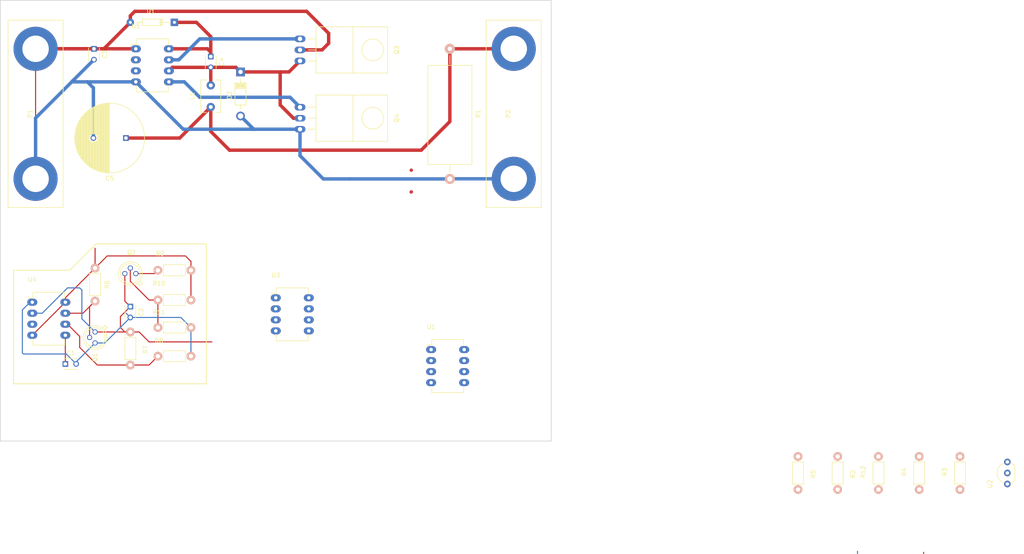
<source format=kicad_pcb>
(kicad_pcb (version 4) (host pcbnew 4.0.5)

  (general
    (links 64)
    (no_connects 20)
    (area 26.594999 20.244999 279.331001 148.903)
    (thickness 1.6)
    (drawings 11)
    (tracks 130)
    (zones 0)
    (modules 31)
    (nets 22)
  )

  (page A4)
  (layers
    (0 F.Cu signal)
    (31 B.Cu signal)
    (32 B.Adhes user)
    (33 F.Adhes user)
    (34 B.Paste user)
    (35 F.Paste user)
    (36 B.SilkS user)
    (37 F.SilkS user)
    (38 B.Mask user)
    (39 F.Mask user)
    (40 Dwgs.User user)
    (41 Cmts.User user)
    (42 Eco1.User user)
    (43 Eco2.User user)
    (44 Edge.Cuts user)
    (45 Margin user)
    (46 B.CrtYd user)
    (47 F.CrtYd user)
    (48 B.Fab user)
    (49 F.Fab user)
  )

  (setup
    (last_trace_width 0.25)
    (user_trace_width 0.781439)
    (trace_clearance 0.2)
    (zone_clearance 0.508)
    (zone_45_only no)
    (trace_min 0.2)
    (segment_width 0.2)
    (edge_width 0.15)
    (via_size 0.6)
    (via_drill 0.4)
    (via_min_size 0.4)
    (via_min_drill 0.3)
    (uvia_size 0.3)
    (uvia_drill 0.1)
    (uvias_allowed no)
    (uvia_min_size 0.2)
    (uvia_min_drill 0.1)
    (pcb_text_width 0.3)
    (pcb_text_size 1.5 1.5)
    (mod_edge_width 0.15)
    (mod_text_size 1 1)
    (mod_text_width 0.15)
    (pad_size 1.524 1.524)
    (pad_drill 0.762)
    (pad_to_mask_clearance 0.2)
    (aux_axis_origin 0 0)
    (visible_elements FFFFFF7F)
    (pcbplotparams
      (layerselection 0x00030_80000001)
      (usegerberextensions false)
      (excludeedgelayer true)
      (linewidth 0.100000)
      (plotframeref false)
      (viasonmask false)
      (mode 1)
      (useauxorigin false)
      (hpglpennumber 1)
      (hpglpenspeed 20)
      (hpglpendiameter 15)
      (hpglpenoverlay 2)
      (psnegative false)
      (psa4output false)
      (plotreference true)
      (plotvalue true)
      (plotinvisibletext false)
      (padsonsilk false)
      (subtractmaskfromsilk false)
      (outputformat 1)
      (mirror false)
      (drillshape 1)
      (scaleselection 1)
      (outputdirectory ""))
  )

  (net 0 "")
  (net 1 "Net-(C1-Pad1)")
  (net 2 GND)
  (net 3 /Feedback/Vramp)
  (net 4 VCC)
  (net 5 "Net-(C4-Pad1)")
  (net 6 /BuckConverter/vs)
  (net 7 /BuckConverter/Vout)
  (net 8 "Net-(Q1-Pad2)")
  (net 9 "Net-(Q2-Pad1)")
  (net 10 "Net-(Q2-Pad2)")
  (net 11 /BuckConverter/High_Drive)
  (net 12 /BuckConverter/Low_Drive)
  (net 13 "Net-(R2-Pad1)")
  (net 14 "Net-(R2-Pad2)")
  (net 15 "Net-(R3-Pad2)")
  (net 16 /Feedback/Vref)
  (net 17 /Feedback/Vramp/vthresh)
  (net 18 "Net-(R12-Pad2)")
  (net 19 /BuckConverter/DutyCycle)
  (net 20 "Net-(U2-Pad3)")
  (net 21 "Net-(U4-Pad3)")

  (net_class Default "This is the default net class."
    (clearance 0.2)
    (trace_width 0.25)
    (via_dia 0.6)
    (via_drill 0.4)
    (uvia_dia 0.3)
    (uvia_drill 0.1)
    (add_net /BuckConverter/DutyCycle)
    (add_net /BuckConverter/High_Drive)
    (add_net /BuckConverter/Low_Drive)
    (add_net /BuckConverter/Vout)
    (add_net /BuckConverter/vs)
    (add_net /Feedback/Vramp)
    (add_net /Feedback/Vramp/vthresh)
    (add_net /Feedback/Vref)
    (add_net GND)
    (add_net "Net-(C1-Pad1)")
    (add_net "Net-(C4-Pad1)")
    (add_net "Net-(Q1-Pad2)")
    (add_net "Net-(Q2-Pad1)")
    (add_net "Net-(Q2-Pad2)")
    (add_net "Net-(R12-Pad2)")
    (add_net "Net-(R2-Pad1)")
    (add_net "Net-(R2-Pad2)")
    (add_net "Net-(R3-Pad2)")
    (add_net "Net-(U2-Pad3)")
    (add_net "Net-(U4-Pad3)")
    (add_net VCC)
  )

  (net_class Power ""
    (clearance 0.2)
    (trace_width 0.25)
    (via_dia 0.6)
    (via_drill 0.4)
    (uvia_dia 0.3)
    (uvia_drill 0.1)
  )

  (module Capacitors_THT:C_Disc_D3_P2.5 (layer F.Cu) (tedit 0) (tstamp 58BB5911)
    (at 41.656 104.14)
    (descr "Capacitor 3mm Disc, Pitch 2.5mm")
    (tags Capacitor)
    (path /58B642CA/58B66019/58B74217)
    (fp_text reference C1 (at 1.25 -2.5) (layer F.SilkS)
      (effects (font (size 1 1) (thickness 0.15)))
    )
    (fp_text value 0.01uF (at 1.25 2.5) (layer F.Fab)
      (effects (font (size 1 1) (thickness 0.15)))
    )
    (fp_line (start -0.9 -1.5) (end 3.4 -1.5) (layer F.CrtYd) (width 0.05))
    (fp_line (start 3.4 -1.5) (end 3.4 1.5) (layer F.CrtYd) (width 0.05))
    (fp_line (start 3.4 1.5) (end -0.9 1.5) (layer F.CrtYd) (width 0.05))
    (fp_line (start -0.9 1.5) (end -0.9 -1.5) (layer F.CrtYd) (width 0.05))
    (fp_line (start -0.25 -1.25) (end 2.75 -1.25) (layer F.SilkS) (width 0.15))
    (fp_line (start 2.75 1.25) (end -0.25 1.25) (layer F.SilkS) (width 0.15))
    (pad 1 thru_hole rect (at 0 0) (size 1.3 1.3) (drill 0.8) (layers *.Cu *.Mask)
      (net 1 "Net-(C1-Pad1)"))
    (pad 2 thru_hole circle (at 2.5 0) (size 1.3 1.3) (drill 0.8001) (layers *.Cu *.Mask)
      (net 2 GND))
    (model Capacitors_ThroughHole.3dshapes/C_Disc_D3_P2.5.wrl
      (at (xyz 0.0492126 0 0))
      (scale (xyz 1 1 1))
      (rotate (xyz 0 0 0))
    )
  )

  (module Capacitors_THT:C_Disc_D3_P2.5 (layer F.Cu) (tedit 0) (tstamp 58BB5917)
    (at 56.642 90.932 270)
    (descr "Capacitor 3mm Disc, Pitch 2.5mm")
    (tags Capacitor)
    (path /58B642CA/58B66019/58B6610E)
    (fp_text reference C2 (at 1.25 -2.5 270) (layer F.SilkS)
      (effects (font (size 1 1) (thickness 0.15)))
    )
    (fp_text value "0.1 uF" (at 1.25 2.5 270) (layer F.Fab)
      (effects (font (size 1 1) (thickness 0.15)))
    )
    (fp_line (start -0.9 -1.5) (end 3.4 -1.5) (layer F.CrtYd) (width 0.05))
    (fp_line (start 3.4 -1.5) (end 3.4 1.5) (layer F.CrtYd) (width 0.05))
    (fp_line (start 3.4 1.5) (end -0.9 1.5) (layer F.CrtYd) (width 0.05))
    (fp_line (start -0.9 1.5) (end -0.9 -1.5) (layer F.CrtYd) (width 0.05))
    (fp_line (start -0.25 -1.25) (end 2.75 -1.25) (layer F.SilkS) (width 0.15))
    (fp_line (start 2.75 1.25) (end -0.25 1.25) (layer F.SilkS) (width 0.15))
    (pad 1 thru_hole rect (at 0 0 270) (size 1.3 1.3) (drill 0.8) (layers *.Cu *.Mask)
      (net 3 /Feedback/Vramp))
    (pad 2 thru_hole circle (at 2.5 0 270) (size 1.3 1.3) (drill 0.8001) (layers *.Cu *.Mask)
      (net 2 GND))
    (model Capacitors_ThroughHole.3dshapes/C_Disc_D3_P2.5.wrl
      (at (xyz 0.0492126 0 0))
      (scale (xyz 1 1 1))
      (rotate (xyz 0 0 0))
    )
  )

  (module Capacitors_THT:C_Disc_D3_P2.5 (layer F.Cu) (tedit 0) (tstamp 58BB591D)
    (at 48.26 31.496 270)
    (descr "Capacitor 3mm Disc, Pitch 2.5mm")
    (tags Capacitor)
    (path /58B64F72/58B71F54)
    (fp_text reference C3 (at 1.25 -2.5 270) (layer F.SilkS)
      (effects (font (size 1 1) (thickness 0.15)))
    )
    (fp_text value 100nF (at 1.25 2.5 270) (layer F.Fab)
      (effects (font (size 1 1) (thickness 0.15)))
    )
    (fp_line (start -0.9 -1.5) (end 3.4 -1.5) (layer F.CrtYd) (width 0.05))
    (fp_line (start 3.4 -1.5) (end 3.4 1.5) (layer F.CrtYd) (width 0.05))
    (fp_line (start 3.4 1.5) (end -0.9 1.5) (layer F.CrtYd) (width 0.05))
    (fp_line (start -0.9 1.5) (end -0.9 -1.5) (layer F.CrtYd) (width 0.05))
    (fp_line (start -0.25 -1.25) (end 2.75 -1.25) (layer F.SilkS) (width 0.15))
    (fp_line (start 2.75 1.25) (end -0.25 1.25) (layer F.SilkS) (width 0.15))
    (pad 1 thru_hole rect (at 0 0 270) (size 1.3 1.3) (drill 0.8) (layers *.Cu *.Mask)
      (net 4 VCC))
    (pad 2 thru_hole circle (at 2.5 0 270) (size 1.3 1.3) (drill 0.8001) (layers *.Cu *.Mask)
      (net 2 GND))
    (model Capacitors_ThroughHole.3dshapes/C_Disc_D3_P2.5.wrl
      (at (xyz 0.0492126 0 0))
      (scale (xyz 1 1 1))
      (rotate (xyz 0 0 0))
    )
  )

  (module Capacitors_THT:C_Disc_D3_P2.5 (layer F.Cu) (tedit 0) (tstamp 58BB5923)
    (at 75.184 33.274 270)
    (descr "Capacitor 3mm Disc, Pitch 2.5mm")
    (tags Capacitor)
    (path /58B64F72/58B724B3)
    (fp_text reference C4 (at 1.25 -2.5 270) (layer F.SilkS)
      (effects (font (size 1 1) (thickness 0.15)))
    )
    (fp_text value Bootstrap (at 1.25 2.5 270) (layer F.Fab)
      (effects (font (size 1 1) (thickness 0.15)))
    )
    (fp_line (start -0.9 -1.5) (end 3.4 -1.5) (layer F.CrtYd) (width 0.05))
    (fp_line (start 3.4 -1.5) (end 3.4 1.5) (layer F.CrtYd) (width 0.05))
    (fp_line (start 3.4 1.5) (end -0.9 1.5) (layer F.CrtYd) (width 0.05))
    (fp_line (start -0.9 1.5) (end -0.9 -1.5) (layer F.CrtYd) (width 0.05))
    (fp_line (start -0.25 -1.25) (end 2.75 -1.25) (layer F.SilkS) (width 0.15))
    (fp_line (start 2.75 1.25) (end -0.25 1.25) (layer F.SilkS) (width 0.15))
    (pad 1 thru_hole rect (at 0 0 270) (size 1.3 1.3) (drill 0.8) (layers *.Cu *.Mask)
      (net 5 "Net-(C4-Pad1)"))
    (pad 2 thru_hole circle (at 2.5 0 270) (size 1.3 1.3) (drill 0.8001) (layers *.Cu *.Mask)
      (net 6 /BuckConverter/vs))
    (model Capacitors_ThroughHole.3dshapes/C_Disc_D3_P2.5.wrl
      (at (xyz 0.0492126 0 0))
      (scale (xyz 1 1 1))
      (rotate (xyz 0 0 0))
    )
  )

  (module Capacitors_THT:C_Radial_D16_L30_P7.5 (layer F.Cu) (tedit 0) (tstamp 58BB5929)
    (at 55.626 52.07 180)
    (descr "Radial Electrolytic Capacitor Diameter 16mm x Length 25mm, Pitch 7.5mm")
    (tags "Electrolytic Capacitor")
    (path /58B64F72/58B74ED9)
    (fp_text reference C5 (at 3.75 -9.3 180) (layer F.SilkS)
      (effects (font (size 1 1) (thickness 0.15)))
    )
    (fp_text value CP1 (at 3.75 9.3 180) (layer F.Fab)
      (effects (font (size 1 1) (thickness 0.15)))
    )
    (fp_line (start 3.825 -8) (end 3.825 8) (layer F.SilkS) (width 0.15))
    (fp_line (start 3.965 -7.997) (end 3.965 7.997) (layer F.SilkS) (width 0.15))
    (fp_line (start 4.105 -7.992) (end 4.105 7.992) (layer F.SilkS) (width 0.15))
    (fp_line (start 4.245 -7.985) (end 4.245 7.985) (layer F.SilkS) (width 0.15))
    (fp_line (start 4.385 -7.975) (end 4.385 7.975) (layer F.SilkS) (width 0.15))
    (fp_line (start 4.525 -7.962) (end 4.525 7.962) (layer F.SilkS) (width 0.15))
    (fp_line (start 4.665 -7.948) (end 4.665 7.948) (layer F.SilkS) (width 0.15))
    (fp_line (start 4.805 -7.93) (end 4.805 7.93) (layer F.SilkS) (width 0.15))
    (fp_line (start 4.945 -7.91) (end 4.945 7.91) (layer F.SilkS) (width 0.15))
    (fp_line (start 5.085 -7.888) (end 5.085 7.888) (layer F.SilkS) (width 0.15))
    (fp_line (start 5.225 -7.863) (end 5.225 7.863) (layer F.SilkS) (width 0.15))
    (fp_line (start 5.365 -7.835) (end 5.365 7.835) (layer F.SilkS) (width 0.15))
    (fp_line (start 5.505 -7.805) (end 5.505 7.805) (layer F.SilkS) (width 0.15))
    (fp_line (start 5.645 -7.772) (end 5.645 7.772) (layer F.SilkS) (width 0.15))
    (fp_line (start 5.785 -7.737) (end 5.785 7.737) (layer F.SilkS) (width 0.15))
    (fp_line (start 5.925 -7.699) (end 5.925 7.699) (layer F.SilkS) (width 0.15))
    (fp_line (start 6.065 -7.658) (end 6.065 7.658) (layer F.SilkS) (width 0.15))
    (fp_line (start 6.205 -7.614) (end 6.205 7.614) (layer F.SilkS) (width 0.15))
    (fp_line (start 6.345 -7.567) (end 6.345 7.567) (layer F.SilkS) (width 0.15))
    (fp_line (start 6.485 -7.518) (end 6.485 7.518) (layer F.SilkS) (width 0.15))
    (fp_line (start 6.625 -7.466) (end 6.625 -0.484) (layer F.SilkS) (width 0.15))
    (fp_line (start 6.625 0.484) (end 6.625 7.466) (layer F.SilkS) (width 0.15))
    (fp_line (start 6.765 -7.41) (end 6.765 -0.678) (layer F.SilkS) (width 0.15))
    (fp_line (start 6.765 0.678) (end 6.765 7.41) (layer F.SilkS) (width 0.15))
    (fp_line (start 6.905 -7.352) (end 6.905 -0.804) (layer F.SilkS) (width 0.15))
    (fp_line (start 6.905 0.804) (end 6.905 7.352) (layer F.SilkS) (width 0.15))
    (fp_line (start 7.045 -7.29) (end 7.045 -0.89) (layer F.SilkS) (width 0.15))
    (fp_line (start 7.045 0.89) (end 7.045 7.29) (layer F.SilkS) (width 0.15))
    (fp_line (start 7.185 -7.225) (end 7.185 -0.949) (layer F.SilkS) (width 0.15))
    (fp_line (start 7.185 0.949) (end 7.185 7.225) (layer F.SilkS) (width 0.15))
    (fp_line (start 7.325 -7.157) (end 7.325 -0.985) (layer F.SilkS) (width 0.15))
    (fp_line (start 7.325 0.985) (end 7.325 7.157) (layer F.SilkS) (width 0.15))
    (fp_line (start 7.465 -7.085) (end 7.465 -0.999) (layer F.SilkS) (width 0.15))
    (fp_line (start 7.465 0.999) (end 7.465 7.085) (layer F.SilkS) (width 0.15))
    (fp_line (start 7.605 -7.01) (end 7.605 -0.994) (layer F.SilkS) (width 0.15))
    (fp_line (start 7.605 0.994) (end 7.605 7.01) (layer F.SilkS) (width 0.15))
    (fp_line (start 7.745 -6.931) (end 7.745 -0.97) (layer F.SilkS) (width 0.15))
    (fp_line (start 7.745 0.97) (end 7.745 6.931) (layer F.SilkS) (width 0.15))
    (fp_line (start 7.885 -6.848) (end 7.885 -0.923) (layer F.SilkS) (width 0.15))
    (fp_line (start 7.885 0.923) (end 7.885 6.848) (layer F.SilkS) (width 0.15))
    (fp_line (start 8.025 -6.762) (end 8.025 -0.851) (layer F.SilkS) (width 0.15))
    (fp_line (start 8.025 0.851) (end 8.025 6.762) (layer F.SilkS) (width 0.15))
    (fp_line (start 8.165 -6.671) (end 8.165 -0.747) (layer F.SilkS) (width 0.15))
    (fp_line (start 8.165 0.747) (end 8.165 6.671) (layer F.SilkS) (width 0.15))
    (fp_line (start 8.305 -6.577) (end 8.305 -0.593) (layer F.SilkS) (width 0.15))
    (fp_line (start 8.305 0.593) (end 8.305 6.577) (layer F.SilkS) (width 0.15))
    (fp_line (start 8.445 -6.477) (end 8.445 -0.327) (layer F.SilkS) (width 0.15))
    (fp_line (start 8.445 0.327) (end 8.445 6.477) (layer F.SilkS) (width 0.15))
    (fp_line (start 8.585 -6.374) (end 8.585 6.374) (layer F.SilkS) (width 0.15))
    (fp_line (start 8.725 -6.265) (end 8.725 6.265) (layer F.SilkS) (width 0.15))
    (fp_line (start 8.865 -6.151) (end 8.865 6.151) (layer F.SilkS) (width 0.15))
    (fp_line (start 9.005 -6.032) (end 9.005 6.032) (layer F.SilkS) (width 0.15))
    (fp_line (start 9.145 -5.907) (end 9.145 5.907) (layer F.SilkS) (width 0.15))
    (fp_line (start 9.285 -5.776) (end 9.285 5.776) (layer F.SilkS) (width 0.15))
    (fp_line (start 9.425 -5.639) (end 9.425 5.639) (layer F.SilkS) (width 0.15))
    (fp_line (start 9.565 -5.494) (end 9.565 5.494) (layer F.SilkS) (width 0.15))
    (fp_line (start 9.705 -5.342) (end 9.705 5.342) (layer F.SilkS) (width 0.15))
    (fp_line (start 9.845 -5.182) (end 9.845 5.182) (layer F.SilkS) (width 0.15))
    (fp_line (start 9.985 -5.012) (end 9.985 5.012) (layer F.SilkS) (width 0.15))
    (fp_line (start 10.125 -4.833) (end 10.125 4.833) (layer F.SilkS) (width 0.15))
    (fp_line (start 10.265 -4.643) (end 10.265 4.643) (layer F.SilkS) (width 0.15))
    (fp_line (start 10.405 -4.44) (end 10.405 4.44) (layer F.SilkS) (width 0.15))
    (fp_line (start 10.545 -4.222) (end 10.545 4.222) (layer F.SilkS) (width 0.15))
    (fp_line (start 10.685 -3.988) (end 10.685 3.988) (layer F.SilkS) (width 0.15))
    (fp_line (start 10.825 -3.734) (end 10.825 3.734) (layer F.SilkS) (width 0.15))
    (fp_line (start 10.965 -3.456) (end 10.965 3.456) (layer F.SilkS) (width 0.15))
    (fp_line (start 11.105 -3.147) (end 11.105 3.147) (layer F.SilkS) (width 0.15))
    (fp_line (start 11.245 -2.797) (end 11.245 2.797) (layer F.SilkS) (width 0.15))
    (fp_line (start 11.385 -2.389) (end 11.385 2.389) (layer F.SilkS) (width 0.15))
    (fp_line (start 11.525 -1.884) (end 11.525 1.884) (layer F.SilkS) (width 0.15))
    (fp_line (start 11.665 -1.163) (end 11.665 1.163) (layer F.SilkS) (width 0.15))
    (fp_circle (center 7.5 0) (end 7.5 -1) (layer F.SilkS) (width 0.15))
    (fp_circle (center 3.75 0) (end 3.75 -8.0375) (layer F.SilkS) (width 0.15))
    (fp_circle (center 3.75 0) (end 3.75 -8.3) (layer F.CrtYd) (width 0.05))
    (pad 1 thru_hole rect (at 0 0 180) (size 1.3 1.3) (drill 0.8) (layers *.Cu *.Mask)
      (net 7 /BuckConverter/Vout))
    (pad 2 thru_hole circle (at 7.5 0 180) (size 1.3 1.3) (drill 0.8) (layers *.Cu *.Mask)
      (net 2 GND))
    (model Capacitors_ThroughHole.3dshapes/C_Radial_D16_L30_P7.5.wrl
      (at (xyz 0.147638 0 0))
      (scale (xyz 1 1 1))
      (rotate (xyz 0 0 90))
    )
  )

  (module Diodes_THT:Diode_DO-35_SOD27_Horizontal_RM10 (layer F.Cu) (tedit 552FFC30) (tstamp 58BB592F)
    (at 66.802 25.4 180)
    (descr "Diode, DO-35,  SOD27, Horizontal, RM 10mm")
    (tags "Diode, DO-35, SOD27, Horizontal, RM 10mm, 1N4148,")
    (path /58B64F72/58B720C2)
    (fp_text reference D1 (at 5.43052 2.53746 180) (layer F.SilkS)
      (effects (font (size 1 1) (thickness 0.15)))
    )
    (fp_text value D (at 4.41452 -3.55854 180) (layer F.Fab)
      (effects (font (size 1 1) (thickness 0.15)))
    )
    (fp_line (start 7.36652 -0.00254) (end 8.76352 -0.00254) (layer F.SilkS) (width 0.15))
    (fp_line (start 2.92152 -0.00254) (end 1.39752 -0.00254) (layer F.SilkS) (width 0.15))
    (fp_line (start 3.30252 -0.76454) (end 3.30252 0.75946) (layer F.SilkS) (width 0.15))
    (fp_line (start 3.04852 -0.76454) (end 3.04852 0.75946) (layer F.SilkS) (width 0.15))
    (fp_line (start 2.79452 -0.00254) (end 2.79452 0.75946) (layer F.SilkS) (width 0.15))
    (fp_line (start 2.79452 0.75946) (end 7.36652 0.75946) (layer F.SilkS) (width 0.15))
    (fp_line (start 7.36652 0.75946) (end 7.36652 -0.76454) (layer F.SilkS) (width 0.15))
    (fp_line (start 7.36652 -0.76454) (end 2.79452 -0.76454) (layer F.SilkS) (width 0.15))
    (fp_line (start 2.79452 -0.76454) (end 2.79452 -0.00254) (layer F.SilkS) (width 0.15))
    (pad 2 thru_hole circle (at 10.16052 -0.00254) (size 1.69926 1.69926) (drill 0.70104) (layers *.Cu *.Mask)
      (net 4 VCC))
    (pad 1 thru_hole rect (at 0.00052 -0.00254) (size 1.69926 1.69926) (drill 0.70104) (layers *.Cu *.Mask)
      (net 5 "Net-(C4-Pad1)"))
    (model Diodes_ThroughHole.3dshapes/Diode_DO-35_SOD27_Horizontal_RM10.wrl
      (at (xyz 0.2 0 0))
      (scale (xyz 0.4 0.4 0.4))
      (rotate (xyz 0 0 180))
    )
  )

  (module Diodes_THT:Diode_DO-41_SOD81_Horizontal_RM10 (layer F.Cu) (tedit 552FFCCE) (tstamp 58BB5935)
    (at 82.042 36.83 270)
    (descr "Diode, DO-41, SOD81, Horizontal, RM 10mm,")
    (tags "Diode, DO-41, SOD81, Horizontal, RM 10mm, 1N4007, SB140,")
    (path /58B64F72/58B84A7B)
    (fp_text reference D2 (at 5.38734 2.53746 270) (layer F.SilkS)
      (effects (font (size 1 1) (thickness 0.15)))
    )
    (fp_text value IN4007 (at 4.37134 -3.55854 270) (layer F.Fab)
      (effects (font (size 1 1) (thickness 0.15)))
    )
    (fp_line (start 7.62 -0.00254) (end 8.636 -0.00254) (layer F.SilkS) (width 0.15))
    (fp_line (start 2.794 -0.00254) (end 1.524 -0.00254) (layer F.SilkS) (width 0.15))
    (fp_line (start 3.048 -1.27254) (end 3.048 1.26746) (layer F.SilkS) (width 0.15))
    (fp_line (start 3.302 -1.27254) (end 3.302 1.26746) (layer F.SilkS) (width 0.15))
    (fp_line (start 3.556 -1.27254) (end 3.556 1.26746) (layer F.SilkS) (width 0.15))
    (fp_line (start 2.794 -1.27254) (end 2.794 1.26746) (layer F.SilkS) (width 0.15))
    (fp_line (start 3.81 -1.27254) (end 2.54 1.26746) (layer F.SilkS) (width 0.15))
    (fp_line (start 2.54 -1.27254) (end 3.81 1.26746) (layer F.SilkS) (width 0.15))
    (fp_line (start 3.81 -1.27254) (end 3.81 1.26746) (layer F.SilkS) (width 0.15))
    (fp_line (start 3.175 -1.27254) (end 3.175 1.26746) (layer F.SilkS) (width 0.15))
    (fp_line (start 2.54 1.26746) (end 2.54 -1.27254) (layer F.SilkS) (width 0.15))
    (fp_line (start 2.54 -1.27254) (end 7.62 -1.27254) (layer F.SilkS) (width 0.15))
    (fp_line (start 7.62 -1.27254) (end 7.62 1.26746) (layer F.SilkS) (width 0.15))
    (fp_line (start 7.62 1.26746) (end 2.54 1.26746) (layer F.SilkS) (width 0.15))
    (pad 2 thru_hole circle (at 10.16 -0.00254 90) (size 1.99898 1.99898) (drill 1.27) (layers *.Cu *.Mask)
      (net 2 GND))
    (pad 1 thru_hole rect (at 0 -0.00254 90) (size 1.99898 1.99898) (drill 1.00076) (layers *.Cu *.Mask)
      (net 6 /BuckConverter/vs))
  )

  (module Inductors_NEOSID:Neosid_Inductor_Sd75 (layer F.Cu) (tedit 0) (tstamp 58BB593B)
    (at 75.184 42.418 90)
    (descr "Neosid, Inductor, Sd75, Festinduktivitaet, Through hole,")
    (tags "Neosid, Inductor, Sd75, Festinduktivitaet, Through hole,")
    (path /58B64F72/58B74E09)
    (fp_text reference L1 (at 0.0508 -4.30022 90) (layer F.SilkS)
      (effects (font (size 1 1) (thickness 0.15)))
    )
    (fp_text value INDUCTOR (at 0.14986 4.04876 90) (layer F.Fab)
      (effects (font (size 1 1) (thickness 0.15)))
    )
    (fp_line (start -3.74904 1.00076) (end -3.74904 2.30124) (layer F.SilkS) (width 0.15))
    (fp_line (start 3.74904 1.00076) (end 3.74904 2.30124) (layer F.SilkS) (width 0.15))
    (fp_line (start 3.74904 2.30124) (end -3.74904 2.30124) (layer F.SilkS) (width 0.15))
    (fp_line (start 3.74904 -2.30124) (end 3.74904 -1.00076) (layer F.SilkS) (width 0.15))
    (fp_line (start 3.74904 -2.30124) (end -3.74904 -2.30124) (layer F.SilkS) (width 0.15))
    (fp_line (start -3.74904 -2.30124) (end -3.74904 -1.00076) (layer F.SilkS) (width 0.15))
    (pad 2 thru_hole circle (at 2.49936 0 90) (size 1.89992 1.89992) (drill 0.89916) (layers *.Cu *.Mask)
      (net 6 /BuckConverter/vs))
    (pad 1 thru_hole circle (at -2.49936 0 90) (size 1.89992 1.89992) (drill 0.89916) (layers *.Cu *.Mask)
      (net 7 /BuckConverter/Vout))
  )

  (module TO_SOT_Packages_THT:TO-18_3Pin (layer F.Cu) (tedit 58BB7743) (tstamp 58BB5942)
    (at 48.514 98.044 90)
    (descr "TO-18, 3Pin,")
    (tags "TO-18, 3Pin,")
    (path /58B642CA/58B66019/58B746E1)
    (fp_text reference Q1 (at -4.572 0 90) (layer F.SilkS)
      (effects (font (size 1 1) (thickness 0.15)))
    )
    (fp_text value 2N2907 (at 0.254 4.318 90) (layer F.Fab)
      (effects (font (size 1 1) (thickness 0.15)))
    )
    (fp_line (start 2.794 2.286) (end 2.286 1.778) (layer F.SilkS) (width 0.15))
    (fp_line (start 1.778 2.286) (end 2.286 2.794) (layer F.SilkS) (width 0.15))
    (fp_line (start 2.286 2.794) (end 2.794 2.286) (layer F.SilkS) (width 0.15))
    (fp_circle (center 0 0) (end 2.286 0) (layer F.SilkS) (width 0.15))
    (fp_circle (center 0 0) (end 2.75 0) (layer F.SilkS) (width 0.15))
    (pad 1 thru_hole circle (at 1.27 0 90) (size 1.2 1.2) (drill 0.8) (layers *.Cu *.Mask)
      (net 3 /Feedback/Vramp))
    (pad 2 thru_hole circle (at 0 -1.27 90) (size 1.2 1.2) (drill 0.8) (layers *.Cu *.Mask)
      (net 8 "Net-(Q1-Pad2)"))
    (pad 3 thru_hole circle (at -1.27 0 90) (size 1.2 1.2) (drill 0.8) (layers *.Cu *.Mask)
      (net 2 GND))
    (model TO_SOT_Packages_THT.3dshapes/TO-18_3Pin.wrl
      (at (xyz 0 0 0))
      (scale (xyz 0.3937 0.3937 0.3937))
      (rotate (xyz 0 0 0))
    )
  )

  (module TO_SOT_Packages_THT:TO-18_3Pin (layer F.Cu) (tedit 55D039D2) (tstamp 58BB5949)
    (at 56.642 83.312)
    (descr "TO-18, 3Pin,")
    (tags "TO-18, 3Pin,")
    (path /58B642CA/58B66019/58B73697)
    (fp_text reference Q2 (at 0.254 -4.826) (layer F.SilkS)
      (effects (font (size 1 1) (thickness 0.15)))
    )
    (fp_text value 2N2907 (at 0 4.826) (layer F.Fab)
      (effects (font (size 1 1) (thickness 0.15)))
    )
    (fp_line (start 2.794 2.286) (end 2.286 1.778) (layer F.SilkS) (width 0.15))
    (fp_line (start 1.778 2.286) (end 2.286 2.794) (layer F.SilkS) (width 0.15))
    (fp_line (start 2.286 2.794) (end 2.794 2.286) (layer F.SilkS) (width 0.15))
    (fp_circle (center 0 0) (end 2.286 0) (layer F.SilkS) (width 0.15))
    (fp_circle (center 0 0) (end 2.75 0) (layer F.SilkS) (width 0.15))
    (pad 1 thru_hole circle (at 1.27 0) (size 1.2 1.2) (drill 0.8) (layers *.Cu *.Mask)
      (net 9 "Net-(Q2-Pad1)"))
    (pad 2 thru_hole circle (at 0 -1.27) (size 1.2 1.2) (drill 0.8) (layers *.Cu *.Mask)
      (net 10 "Net-(Q2-Pad2)"))
    (pad 3 thru_hole circle (at -1.27 0) (size 1.2 1.2) (drill 0.8) (layers *.Cu *.Mask)
      (net 3 /Feedback/Vramp))
    (model TO_SOT_Packages_THT.3dshapes/TO-18_3Pin.wrl
      (at (xyz 0 0 0))
      (scale (xyz 0.3937 0.3937 0.3937))
      (rotate (xyz 0 0 0))
    )
  )

  (module TO_SOT_Packages_THT:TO-220_Neutral123_Horizontal (layer F.Cu) (tedit 0) (tstamp 58BB5951)
    (at 95.758 31.75 270)
    (descr "TO-220, Neutral, Horizontal,")
    (tags "TO-220, Neutral, Horizontal,")
    (path /58B64F72/58B72E81)
    (fp_text reference Q3 (at 0 -22.3012 270) (layer F.SilkS)
      (effects (font (size 1 1) (thickness 0.15)))
    )
    (fp_text value Q_NMOS_GDS (at -0.29972 3.44932 270) (layer F.Fab)
      (effects (font (size 1 1) (thickness 0.15)))
    )
    (fp_circle (center 0 -16.764) (end 1.778 -14.986) (layer F.SilkS) (width 0.15))
    (fp_line (start -2.54 -3.683) (end -2.54 -1.905) (layer F.SilkS) (width 0.15))
    (fp_line (start 0 -3.683) (end 0 -1.905) (layer F.SilkS) (width 0.15))
    (fp_line (start 2.54 -3.683) (end 2.54 -1.905) (layer F.SilkS) (width 0.15))
    (fp_line (start 5.334 -12.192) (end 5.334 -20.193) (layer F.SilkS) (width 0.15))
    (fp_line (start 5.334 -20.193) (end -5.334 -20.193) (layer F.SilkS) (width 0.15))
    (fp_line (start -5.334 -20.193) (end -5.334 -12.192) (layer F.SilkS) (width 0.15))
    (fp_line (start 5.334 -3.683) (end 5.334 -12.192) (layer F.SilkS) (width 0.15))
    (fp_line (start 5.334 -12.192) (end -5.334 -12.192) (layer F.SilkS) (width 0.15))
    (fp_line (start -5.334 -12.192) (end -5.334 -3.683) (layer F.SilkS) (width 0.15))
    (fp_line (start 0 -3.683) (end -5.334 -3.683) (layer F.SilkS) (width 0.15))
    (fp_line (start 0 -3.683) (end 5.334 -3.683) (layer F.SilkS) (width 0.15))
    (pad 2 thru_hole oval (at 0 0) (size 2.49936 1.50114) (drill 1.00076) (layers *.Cu *.Mask)
      (net 4 VCC))
    (pad 1 thru_hole oval (at -2.54 0) (size 2.49936 1.50114) (drill 1.00076) (layers *.Cu *.Mask)
      (net 11 /BuckConverter/High_Drive))
    (pad 3 thru_hole oval (at 2.54 0) (size 2.49936 1.50114) (drill 1.00076) (layers *.Cu *.Mask)
      (net 6 /BuckConverter/vs))
    (pad "" np_thru_hole circle (at 0 -16.764) (size 3.79984 3.79984) (drill 3.79984) (layers *.Cu *.Mask))
    (model TO_SOT_Packages_THT.3dshapes/TO-220_Neutral123_Horizontal.wrl
      (at (xyz 0 0 0))
      (scale (xyz 0.3937 0.3937 0.3937))
      (rotate (xyz 0 0 0))
    )
  )

  (module TO_SOT_Packages_THT:TO-220_Neutral123_Horizontal (layer F.Cu) (tedit 0) (tstamp 58BB5959)
    (at 95.758 47.498 270)
    (descr "TO-220, Neutral, Horizontal,")
    (tags "TO-220, Neutral, Horizontal,")
    (path /58B64F72/58B72EC6)
    (fp_text reference Q4 (at 0 -22.3012 270) (layer F.SilkS)
      (effects (font (size 1 1) (thickness 0.15)))
    )
    (fp_text value Q_NMOS_GDS (at -0.29972 3.44932 270) (layer F.Fab)
      (effects (font (size 1 1) (thickness 0.15)))
    )
    (fp_circle (center 0 -16.764) (end 1.778 -14.986) (layer F.SilkS) (width 0.15))
    (fp_line (start -2.54 -3.683) (end -2.54 -1.905) (layer F.SilkS) (width 0.15))
    (fp_line (start 0 -3.683) (end 0 -1.905) (layer F.SilkS) (width 0.15))
    (fp_line (start 2.54 -3.683) (end 2.54 -1.905) (layer F.SilkS) (width 0.15))
    (fp_line (start 5.334 -12.192) (end 5.334 -20.193) (layer F.SilkS) (width 0.15))
    (fp_line (start 5.334 -20.193) (end -5.334 -20.193) (layer F.SilkS) (width 0.15))
    (fp_line (start -5.334 -20.193) (end -5.334 -12.192) (layer F.SilkS) (width 0.15))
    (fp_line (start 5.334 -3.683) (end 5.334 -12.192) (layer F.SilkS) (width 0.15))
    (fp_line (start 5.334 -12.192) (end -5.334 -12.192) (layer F.SilkS) (width 0.15))
    (fp_line (start -5.334 -12.192) (end -5.334 -3.683) (layer F.SilkS) (width 0.15))
    (fp_line (start 0 -3.683) (end -5.334 -3.683) (layer F.SilkS) (width 0.15))
    (fp_line (start 0 -3.683) (end 5.334 -3.683) (layer F.SilkS) (width 0.15))
    (pad 2 thru_hole oval (at 0 0) (size 2.49936 1.50114) (drill 1.00076) (layers *.Cu *.Mask)
      (net 6 /BuckConverter/vs))
    (pad 1 thru_hole oval (at -2.54 0) (size 2.49936 1.50114) (drill 1.00076) (layers *.Cu *.Mask)
      (net 12 /BuckConverter/Low_Drive))
    (pad 3 thru_hole oval (at 2.54 0) (size 2.49936 1.50114) (drill 1.00076) (layers *.Cu *.Mask)
      (net 2 GND))
    (pad "" np_thru_hole circle (at 0 -16.764) (size 3.79984 3.79984) (drill 3.79984) (layers *.Cu *.Mask))
    (model TO_SOT_Packages_THT.3dshapes/TO-220_Neutral123_Horizontal.wrl
      (at (xyz 0 0 0))
      (scale (xyz 0.3937 0.3937 0.3937))
      (rotate (xyz 0 0 0))
    )
  )

  (module Resistors_THT:Resistor_Horizontal_RM30mm (layer F.Cu) (tedit 56648AAE) (tstamp 58BB595F)
    (at 130.302 31.496 270)
    (descr "Resistor, Axial, RM 30mm,")
    (tags "Resistor Axial RM 30mm")
    (path /58B6518C)
    (fp_text reference R1 (at 15 -6.49986 270) (layer F.SilkS)
      (effects (font (size 1 1) (thickness 0.15)))
    )
    (fp_text value Rload (at 15 8.49884 270) (layer F.Fab)
      (effects (font (size 1 1) (thickness 0.15)))
    )
    (fp_line (start -1.4 5.35) (end -1.4 -5.35) (layer F.CrtYd) (width 0.05))
    (fp_line (start -1.4 -5.35) (end 31.4 -5.35) (layer F.CrtYd) (width 0.05))
    (fp_line (start 31.4 -5.35) (end 31.4 5.35) (layer F.CrtYd) (width 0.05))
    (fp_line (start 31.4 5.35) (end -1.4 5.35) (layer F.CrtYd) (width 0.05))
    (fp_line (start 3.55476 0) (end 1.52276 0) (layer F.SilkS) (width 0.15))
    (fp_line (start 26.92276 0) (end 28.44676 0) (layer F.SilkS) (width 0.15))
    (fp_line (start 3.80876 -5.08) (end 26.66876 -5.08) (layer F.SilkS) (width 0.15))
    (fp_line (start 26.66876 -5.08) (end 26.66876 5.08) (layer F.SilkS) (width 0.15))
    (fp_line (start 26.66876 5.08) (end 3.80876 5.08) (layer F.SilkS) (width 0.15))
    (fp_line (start 3.80876 5.08) (end 3.80876 -5.08) (layer F.SilkS) (width 0.15))
    (pad 1 thru_hole circle (at 0 0 270) (size 2.30124 2.30124) (drill 1.00076) (layers *.Cu *.SilkS *.Mask)
      (net 7 /BuckConverter/Vout))
    (pad 2 thru_hole circle (at 30 0 270) (size 2.30124 2.30124) (drill 1.19888) (layers *.Cu *.SilkS *.Mask)
      (net 2 GND))
  )

  (module Resistors_THT:Resistor_Horizontal_RM7mm (layer F.Cu) (tedit 569FCF07) (tstamp 58BB5965)
    (at 219.71 125.476 270)
    (descr "Resistor, Axial,  RM 7.62mm, 1/3W,")
    (tags "Resistor Axial RM 7.62mm 1/3W R3")
    (path /58B642CA/58B87E2E)
    (fp_text reference R2 (at 4.05892 -3.50012 270) (layer F.SilkS)
      (effects (font (size 1 1) (thickness 0.15)))
    )
    (fp_text value R3 (at 3.81 3.81 270) (layer F.Fab)
      (effects (font (size 1 1) (thickness 0.15)))
    )
    (fp_line (start -1.25 -1.5) (end 8.85 -1.5) (layer F.CrtYd) (width 0.05))
    (fp_line (start -1.25 1.5) (end -1.25 -1.5) (layer F.CrtYd) (width 0.05))
    (fp_line (start 8.85 -1.5) (end 8.85 1.5) (layer F.CrtYd) (width 0.05))
    (fp_line (start -1.25 1.5) (end 8.85 1.5) (layer F.CrtYd) (width 0.05))
    (fp_line (start 1.27 -1.27) (end 6.35 -1.27) (layer F.SilkS) (width 0.15))
    (fp_line (start 6.35 -1.27) (end 6.35 1.27) (layer F.SilkS) (width 0.15))
    (fp_line (start 6.35 1.27) (end 1.27 1.27) (layer F.SilkS) (width 0.15))
    (fp_line (start 1.27 1.27) (end 1.27 -1.27) (layer F.SilkS) (width 0.15))
    (pad 1 thru_hole circle (at 0 0 270) (size 1.99898 1.99898) (drill 1.00076) (layers *.Cu *.SilkS *.Mask)
      (net 13 "Net-(R2-Pad1)"))
    (pad 2 thru_hole circle (at 7.62 0 270) (size 1.99898 1.99898) (drill 1.00076) (layers *.Cu *.SilkS *.Mask)
      (net 14 "Net-(R2-Pad2)"))
  )

  (module Resistors_THT:Resistor_Horizontal_RM7mm (layer F.Cu) (tedit 569FCF07) (tstamp 58BB596B)
    (at 247.904 133.096 90)
    (descr "Resistor, Axial,  RM 7.62mm, 1/3W,")
    (tags "Resistor Axial RM 7.62mm 1/3W R3")
    (path /58B642CA/58B88123)
    (fp_text reference R3 (at 4.05892 -3.50012 90) (layer F.SilkS)
      (effects (font (size 1 1) (thickness 0.15)))
    )
    (fp_text value R4 (at 3.81 3.81 90) (layer F.Fab)
      (effects (font (size 1 1) (thickness 0.15)))
    )
    (fp_line (start -1.25 -1.5) (end 8.85 -1.5) (layer F.CrtYd) (width 0.05))
    (fp_line (start -1.25 1.5) (end -1.25 -1.5) (layer F.CrtYd) (width 0.05))
    (fp_line (start 8.85 -1.5) (end 8.85 1.5) (layer F.CrtYd) (width 0.05))
    (fp_line (start -1.25 1.5) (end 8.85 1.5) (layer F.CrtYd) (width 0.05))
    (fp_line (start 1.27 -1.27) (end 6.35 -1.27) (layer F.SilkS) (width 0.15))
    (fp_line (start 6.35 -1.27) (end 6.35 1.27) (layer F.SilkS) (width 0.15))
    (fp_line (start 6.35 1.27) (end 1.27 1.27) (layer F.SilkS) (width 0.15))
    (fp_line (start 1.27 1.27) (end 1.27 -1.27) (layer F.SilkS) (width 0.15))
    (pad 1 thru_hole circle (at 0 0 90) (size 1.99898 1.99898) (drill 1.00076) (layers *.Cu *.SilkS *.Mask)
      (net 2 GND))
    (pad 2 thru_hole circle (at 7.62 0 90) (size 1.99898 1.99898) (drill 1.00076) (layers *.Cu *.SilkS *.Mask)
      (net 15 "Net-(R3-Pad2)"))
  )

  (module Resistors_THT:Resistor_Horizontal_RM7mm (layer F.Cu) (tedit 569FCF07) (tstamp 58BB5971)
    (at 238.506 133.096 90)
    (descr "Resistor, Axial,  RM 7.62mm, 1/3W,")
    (tags "Resistor Axial RM 7.62mm 1/3W R3")
    (path /58B642CA/58B880D8)
    (fp_text reference R4 (at 4.05892 -3.50012 90) (layer F.SilkS)
      (effects (font (size 1 1) (thickness 0.15)))
    )
    (fp_text value R2 (at 3.81 3.81 90) (layer F.Fab)
      (effects (font (size 1 1) (thickness 0.15)))
    )
    (fp_line (start -1.25 -1.5) (end 8.85 -1.5) (layer F.CrtYd) (width 0.05))
    (fp_line (start -1.25 1.5) (end -1.25 -1.5) (layer F.CrtYd) (width 0.05))
    (fp_line (start 8.85 -1.5) (end 8.85 1.5) (layer F.CrtYd) (width 0.05))
    (fp_line (start -1.25 1.5) (end 8.85 1.5) (layer F.CrtYd) (width 0.05))
    (fp_line (start 1.27 -1.27) (end 6.35 -1.27) (layer F.SilkS) (width 0.15))
    (fp_line (start 6.35 -1.27) (end 6.35 1.27) (layer F.SilkS) (width 0.15))
    (fp_line (start 6.35 1.27) (end 1.27 1.27) (layer F.SilkS) (width 0.15))
    (fp_line (start 1.27 1.27) (end 1.27 -1.27) (layer F.SilkS) (width 0.15))
    (pad 1 thru_hole circle (at 0 0 90) (size 1.99898 1.99898) (drill 1.00076) (layers *.Cu *.SilkS *.Mask)
      (net 16 /Feedback/Vref))
    (pad 2 thru_hole circle (at 7.62 0 90) (size 1.99898 1.99898) (drill 1.00076) (layers *.Cu *.SilkS *.Mask)
      (net 15 "Net-(R3-Pad2)"))
  )

  (module Resistors_THT:Resistor_Horizontal_RM7mm (layer F.Cu) (tedit 569FCF07) (tstamp 58BB5977)
    (at 210.566 125.476 270)
    (descr "Resistor, Axial,  RM 7.62mm, 1/3W,")
    (tags "Resistor Axial RM 7.62mm 1/3W R3")
    (path /58B642CA/58B87DD1)
    (fp_text reference R5 (at 4.05892 -3.50012 270) (layer F.SilkS)
      (effects (font (size 1 1) (thickness 0.15)))
    )
    (fp_text value R1 (at 3.81 3.81 270) (layer F.Fab)
      (effects (font (size 1 1) (thickness 0.15)))
    )
    (fp_line (start -1.25 -1.5) (end 8.85 -1.5) (layer F.CrtYd) (width 0.05))
    (fp_line (start -1.25 1.5) (end -1.25 -1.5) (layer F.CrtYd) (width 0.05))
    (fp_line (start 8.85 -1.5) (end 8.85 1.5) (layer F.CrtYd) (width 0.05))
    (fp_line (start -1.25 1.5) (end 8.85 1.5) (layer F.CrtYd) (width 0.05))
    (fp_line (start 1.27 -1.27) (end 6.35 -1.27) (layer F.SilkS) (width 0.15))
    (fp_line (start 6.35 -1.27) (end 6.35 1.27) (layer F.SilkS) (width 0.15))
    (fp_line (start 6.35 1.27) (end 1.27 1.27) (layer F.SilkS) (width 0.15))
    (fp_line (start 1.27 1.27) (end 1.27 -1.27) (layer F.SilkS) (width 0.15))
    (pad 1 thru_hole circle (at 0 0 270) (size 1.99898 1.99898) (drill 1.00076) (layers *.Cu *.SilkS *.Mask)
      (net 7 /BuckConverter/Vout))
    (pad 2 thru_hole circle (at 7.62 0 270) (size 1.99898 1.99898) (drill 1.00076) (layers *.Cu *.SilkS *.Mask)
      (net 13 "Net-(R2-Pad1)"))
  )

  (module Resistors_THT:Resistor_Horizontal_RM7mm (layer F.Cu) (tedit 58BB7758) (tstamp 58BB597D)
    (at 48.514 82.042 270)
    (descr "Resistor, Axial,  RM 7.62mm, 1/3W,")
    (tags "Resistor Axial RM 7.62mm 1/3W R3")
    (path /58B642CA/58B66019/58B74D4C)
    (fp_text reference R6 (at 3.81 -2.794 270) (layer F.SilkS)
      (effects (font (size 1 1) (thickness 0.15)))
    )
    (fp_text value 10k (at 0.762 -2.794 270) (layer F.Fab)
      (effects (font (size 1 1) (thickness 0.15)))
    )
    (fp_line (start -1.25 -1.5) (end 8.85 -1.5) (layer F.CrtYd) (width 0.05))
    (fp_line (start -1.25 1.5) (end -1.25 -1.5) (layer F.CrtYd) (width 0.05))
    (fp_line (start 8.85 -1.5) (end 8.85 1.5) (layer F.CrtYd) (width 0.05))
    (fp_line (start -1.25 1.5) (end 8.85 1.5) (layer F.CrtYd) (width 0.05))
    (fp_line (start 1.27 -1.27) (end 6.35 -1.27) (layer F.SilkS) (width 0.15))
    (fp_line (start 6.35 -1.27) (end 6.35 1.27) (layer F.SilkS) (width 0.15))
    (fp_line (start 6.35 1.27) (end 1.27 1.27) (layer F.SilkS) (width 0.15))
    (fp_line (start 1.27 1.27) (end 1.27 -1.27) (layer F.SilkS) (width 0.15))
    (pad 1 thru_hole circle (at 0 0 270) (size 1.99898 1.99898) (drill 1.00076) (layers *.Cu *.SilkS *.Mask)
      (net 4 VCC))
    (pad 2 thru_hole circle (at 7.62 0 270) (size 1.99898 1.99898) (drill 1.00076) (layers *.Cu *.SilkS *.Mask)
      (net 8 "Net-(Q1-Pad2)"))
  )

  (module Resistors_THT:Resistor_Horizontal_RM7mm (layer F.Cu) (tedit 58BB770A) (tstamp 58BB5983)
    (at 56.642 96.774 270)
    (descr "Resistor, Axial,  RM 7.62mm, 1/3W,")
    (tags "Resistor Axial RM 7.62mm 1/3W R3")
    (path /58B642CA/58B66019/58B7583F)
    (fp_text reference R7 (at 4.05892 -3.50012 270) (layer F.SilkS)
      (effects (font (size 1 1) (thickness 0.15)))
    )
    (fp_text value 47k (at 7.112 -3.556 270) (layer F.Fab)
      (effects (font (size 1 1) (thickness 0.15)))
    )
    (fp_line (start -1.25 -1.5) (end 8.85 -1.5) (layer F.CrtYd) (width 0.05))
    (fp_line (start -1.25 1.5) (end -1.25 -1.5) (layer F.CrtYd) (width 0.05))
    (fp_line (start 8.85 -1.5) (end 8.85 1.5) (layer F.CrtYd) (width 0.05))
    (fp_line (start -1.25 1.5) (end 8.85 1.5) (layer F.CrtYd) (width 0.05))
    (fp_line (start 1.27 -1.27) (end 6.35 -1.27) (layer F.SilkS) (width 0.15))
    (fp_line (start 6.35 -1.27) (end 6.35 1.27) (layer F.SilkS) (width 0.15))
    (fp_line (start 6.35 1.27) (end 1.27 1.27) (layer F.SilkS) (width 0.15))
    (fp_line (start 1.27 1.27) (end 1.27 -1.27) (layer F.SilkS) (width 0.15))
    (pad 1 thru_hole circle (at 0 0 270) (size 1.99898 1.99898) (drill 1.00076) (layers *.Cu *.SilkS *.Mask)
      (net 3 /Feedback/Vramp))
    (pad 2 thru_hole circle (at 7.62 0 270) (size 1.99898 1.99898) (drill 1.00076) (layers *.Cu *.SilkS *.Mask)
      (net 17 /Feedback/Vramp/vthresh))
  )

  (module Resistors_THT:Resistor_Horizontal_RM7mm (layer F.Cu) (tedit 58BB741C) (tstamp 58BB5989)
    (at 62.992 102.362)
    (descr "Resistor, Axial,  RM 7.62mm, 1/3W,")
    (tags "Resistor Axial RM 7.62mm 1/3W R3")
    (path /58B642CA/58B66019/58B75870)
    (fp_text reference R8 (at 0.254 -3.556) (layer F.SilkS)
      (effects (font (size 1 1) (thickness 0.15)))
    )
    (fp_text value 220k (at 4.318 -3.556) (layer F.Fab)
      (effects (font (size 1 1) (thickness 0.15)))
    )
    (fp_line (start -1.25 -1.5) (end 8.85 -1.5) (layer F.CrtYd) (width 0.05))
    (fp_line (start -1.25 1.5) (end -1.25 -1.5) (layer F.CrtYd) (width 0.05))
    (fp_line (start 8.85 -1.5) (end 8.85 1.5) (layer F.CrtYd) (width 0.05))
    (fp_line (start -1.25 1.5) (end 8.85 1.5) (layer F.CrtYd) (width 0.05))
    (fp_line (start 1.27 -1.27) (end 6.35 -1.27) (layer F.SilkS) (width 0.15))
    (fp_line (start 6.35 -1.27) (end 6.35 1.27) (layer F.SilkS) (width 0.15))
    (fp_line (start 6.35 1.27) (end 1.27 1.27) (layer F.SilkS) (width 0.15))
    (fp_line (start 1.27 1.27) (end 1.27 -1.27) (layer F.SilkS) (width 0.15))
    (pad 1 thru_hole circle (at 0 0) (size 1.99898 1.99898) (drill 1.00076) (layers *.Cu *.SilkS *.Mask)
      (net 17 /Feedback/Vramp/vthresh))
    (pad 2 thru_hole circle (at 7.62 0) (size 1.99898 1.99898) (drill 1.00076) (layers *.Cu *.SilkS *.Mask)
      (net 2 GND))
  )

  (module Resistors_THT:Resistor_Horizontal_RM7mm (layer F.Cu) (tedit 58BB71DA) (tstamp 58BB598F)
    (at 70.612 82.55 180)
    (descr "Resistor, Axial,  RM 7.62mm, 1/3W,")
    (tags "Resistor Axial RM 7.62mm 1/3W R3")
    (path /58B642CA/58B66019/58B736E3)
    (fp_text reference R9 (at 7.112 3.81 180) (layer F.SilkS)
      (effects (font (size 1 1) (thickness 0.15)))
    )
    (fp_text value 4.7k (at 3.81 3.81 180) (layer F.Fab)
      (effects (font (size 1 1) (thickness 0.15)))
    )
    (fp_line (start -1.25 -1.5) (end 8.85 -1.5) (layer F.CrtYd) (width 0.05))
    (fp_line (start -1.25 1.5) (end -1.25 -1.5) (layer F.CrtYd) (width 0.05))
    (fp_line (start 8.85 -1.5) (end 8.85 1.5) (layer F.CrtYd) (width 0.05))
    (fp_line (start -1.25 1.5) (end 8.85 1.5) (layer F.CrtYd) (width 0.05))
    (fp_line (start 1.27 -1.27) (end 6.35 -1.27) (layer F.SilkS) (width 0.15))
    (fp_line (start 6.35 -1.27) (end 6.35 1.27) (layer F.SilkS) (width 0.15))
    (fp_line (start 6.35 1.27) (end 1.27 1.27) (layer F.SilkS) (width 0.15))
    (fp_line (start 1.27 1.27) (end 1.27 -1.27) (layer F.SilkS) (width 0.15))
    (pad 1 thru_hole circle (at 0 0 180) (size 1.99898 1.99898) (drill 1.00076) (layers *.Cu *.SilkS *.Mask)
      (net 4 VCC))
    (pad 2 thru_hole circle (at 7.62 0 180) (size 1.99898 1.99898) (drill 1.00076) (layers *.Cu *.SilkS *.Mask)
      (net 9 "Net-(Q2-Pad1)"))
  )

  (module Resistors_THT:Resistor_Horizontal_RM7mm (layer F.Cu) (tedit 58BB71E2) (tstamp 58BB5995)
    (at 70.612 89.408 180)
    (descr "Resistor, Axial,  RM 7.62mm, 1/3W,")
    (tags "Resistor Axial RM 7.62mm 1/3W R3")
    (path /58B642CA/58B66019/58B73718)
    (fp_text reference R10 (at 7.366 3.81 180) (layer F.SilkS)
      (effects (font (size 1 1) (thickness 0.15)))
    )
    (fp_text value 3.3k (at 3.81 3.81 180) (layer F.Fab)
      (effects (font (size 1 1) (thickness 0.15)))
    )
    (fp_line (start -1.25 -1.5) (end 8.85 -1.5) (layer F.CrtYd) (width 0.05))
    (fp_line (start -1.25 1.5) (end -1.25 -1.5) (layer F.CrtYd) (width 0.05))
    (fp_line (start 8.85 -1.5) (end 8.85 1.5) (layer F.CrtYd) (width 0.05))
    (fp_line (start -1.25 1.5) (end 8.85 1.5) (layer F.CrtYd) (width 0.05))
    (fp_line (start 1.27 -1.27) (end 6.35 -1.27) (layer F.SilkS) (width 0.15))
    (fp_line (start 6.35 -1.27) (end 6.35 1.27) (layer F.SilkS) (width 0.15))
    (fp_line (start 6.35 1.27) (end 1.27 1.27) (layer F.SilkS) (width 0.15))
    (fp_line (start 1.27 1.27) (end 1.27 -1.27) (layer F.SilkS) (width 0.15))
    (pad 1 thru_hole circle (at 0 0 180) (size 1.99898 1.99898) (drill 1.00076) (layers *.Cu *.SilkS *.Mask)
      (net 4 VCC))
    (pad 2 thru_hole circle (at 7.62 0 180) (size 1.99898 1.99898) (drill 1.00076) (layers *.Cu *.SilkS *.Mask)
      (net 10 "Net-(Q2-Pad2)"))
  )

  (module Resistors_THT:Resistor_Horizontal_RM7mm (layer F.Cu) (tedit 58BB71F3) (tstamp 58BB599B)
    (at 62.992 95.758)
    (descr "Resistor, Axial,  RM 7.62mm, 1/3W,")
    (tags "Resistor Axial RM 7.62mm 1/3W R3")
    (path /58B642CA/58B66019/58B736C8)
    (fp_text reference R11 (at 0.254 -3.556) (layer F.SilkS)
      (effects (font (size 1 1) (thickness 0.15)))
    )
    (fp_text value 10k (at 3.81 -3.556) (layer F.Fab)
      (effects (font (size 1 1) (thickness 0.15)))
    )
    (fp_line (start -1.25 -1.5) (end 8.85 -1.5) (layer F.CrtYd) (width 0.05))
    (fp_line (start -1.25 1.5) (end -1.25 -1.5) (layer F.CrtYd) (width 0.05))
    (fp_line (start 8.85 -1.5) (end 8.85 1.5) (layer F.CrtYd) (width 0.05))
    (fp_line (start -1.25 1.5) (end 8.85 1.5) (layer F.CrtYd) (width 0.05))
    (fp_line (start 1.27 -1.27) (end 6.35 -1.27) (layer F.SilkS) (width 0.15))
    (fp_line (start 6.35 -1.27) (end 6.35 1.27) (layer F.SilkS) (width 0.15))
    (fp_line (start 6.35 1.27) (end 1.27 1.27) (layer F.SilkS) (width 0.15))
    (fp_line (start 1.27 1.27) (end 1.27 -1.27) (layer F.SilkS) (width 0.15))
    (pad 1 thru_hole circle (at 0 0) (size 1.99898 1.99898) (drill 1.00076) (layers *.Cu *.SilkS *.Mask)
      (net 10 "Net-(Q2-Pad2)"))
    (pad 2 thru_hole circle (at 7.62 0) (size 1.99898 1.99898) (drill 1.00076) (layers *.Cu *.SilkS *.Mask)
      (net 2 GND))
  )

  (module Resistors_THT:Resistor_Horizontal_RM7mm (layer F.Cu) (tedit 569FCF07) (tstamp 58BB59A1)
    (at 229.108 133.096 90)
    (descr "Resistor, Axial,  RM 7.62mm, 1/3W,")
    (tags "Resistor Axial RM 7.62mm 1/3W R3")
    (path /58B64F72/58B71E51)
    (fp_text reference R12 (at 4.05892 -3.50012 90) (layer F.SilkS)
      (effects (font (size 1 1) (thickness 0.15)))
    )
    (fp_text value 1K (at 3.81 3.81 90) (layer F.Fab)
      (effects (font (size 1 1) (thickness 0.15)))
    )
    (fp_line (start -1.25 -1.5) (end 8.85 -1.5) (layer F.CrtYd) (width 0.05))
    (fp_line (start -1.25 1.5) (end -1.25 -1.5) (layer F.CrtYd) (width 0.05))
    (fp_line (start 8.85 -1.5) (end 8.85 1.5) (layer F.CrtYd) (width 0.05))
    (fp_line (start -1.25 1.5) (end 8.85 1.5) (layer F.CrtYd) (width 0.05))
    (fp_line (start 1.27 -1.27) (end 6.35 -1.27) (layer F.SilkS) (width 0.15))
    (fp_line (start 6.35 -1.27) (end 6.35 1.27) (layer F.SilkS) (width 0.15))
    (fp_line (start 6.35 1.27) (end 1.27 1.27) (layer F.SilkS) (width 0.15))
    (fp_line (start 1.27 1.27) (end 1.27 -1.27) (layer F.SilkS) (width 0.15))
    (pad 1 thru_hole circle (at 0 0 90) (size 1.99898 1.99898) (drill 1.00076) (layers *.Cu *.SilkS *.Mask)
      (net 4 VCC))
    (pad 2 thru_hole circle (at 7.62 0 90) (size 1.99898 1.99898) (drill 1.00076) (layers *.Cu *.SilkS *.Mask)
      (net 18 "Net-(R12-Pad2)"))
  )

  (module Housings_DIP:DIP-8_W7.62mm_LongPads (layer F.Cu) (tedit 54130A77) (tstamp 58BB59AD)
    (at 125.984 100.838)
    (descr "8-lead dip package, row spacing 7.62 mm (300 mils), longer pads")
    (tags "dil dip 2.54 300")
    (path /58B642CA/58B86315)
    (fp_text reference U1 (at 0 -5.22) (layer F.SilkS)
      (effects (font (size 1 1) (thickness 0.15)))
    )
    (fp_text value TL081 (at 0 -3.72) (layer F.Fab)
      (effects (font (size 1 1) (thickness 0.15)))
    )
    (fp_line (start -1.4 -2.45) (end -1.4 10.1) (layer F.CrtYd) (width 0.05))
    (fp_line (start 9 -2.45) (end 9 10.1) (layer F.CrtYd) (width 0.05))
    (fp_line (start -1.4 -2.45) (end 9 -2.45) (layer F.CrtYd) (width 0.05))
    (fp_line (start -1.4 10.1) (end 9 10.1) (layer F.CrtYd) (width 0.05))
    (fp_line (start 0.135 -2.295) (end 0.135 -1.025) (layer F.SilkS) (width 0.15))
    (fp_line (start 7.485 -2.295) (end 7.485 -1.025) (layer F.SilkS) (width 0.15))
    (fp_line (start 7.485 9.915) (end 7.485 8.645) (layer F.SilkS) (width 0.15))
    (fp_line (start 0.135 9.915) (end 0.135 8.645) (layer F.SilkS) (width 0.15))
    (fp_line (start 0.135 -2.295) (end 7.485 -2.295) (layer F.SilkS) (width 0.15))
    (fp_line (start 0.135 9.915) (end 7.485 9.915) (layer F.SilkS) (width 0.15))
    (fp_line (start 0.135 -1.025) (end -1.15 -1.025) (layer F.SilkS) (width 0.15))
    (pad 1 thru_hole oval (at 0 0) (size 2.3 1.6) (drill 0.8) (layers *.Cu *.Mask))
    (pad 2 thru_hole oval (at 0 2.54) (size 2.3 1.6) (drill 0.8) (layers *.Cu *.Mask)
      (net 3 /Feedback/Vramp))
    (pad 3 thru_hole oval (at 0 5.08) (size 2.3 1.6) (drill 0.8) (layers *.Cu *.Mask)
      (net 14 "Net-(R2-Pad2)"))
    (pad 4 thru_hole oval (at 0 7.62) (size 2.3 1.6) (drill 0.8) (layers *.Cu *.Mask)
      (net 2 GND))
    (pad 5 thru_hole oval (at 7.62 7.62) (size 2.3 1.6) (drill 0.8) (layers *.Cu *.Mask))
    (pad 6 thru_hole oval (at 7.62 5.08) (size 2.3 1.6) (drill 0.8) (layers *.Cu *.Mask)
      (net 19 /BuckConverter/DutyCycle))
    (pad 7 thru_hole oval (at 7.62 2.54) (size 2.3 1.6) (drill 0.8) (layers *.Cu *.Mask)
      (net 4 VCC))
    (pad 8 thru_hole oval (at 7.62 0) (size 2.3 1.6) (drill 0.8) (layers *.Cu *.Mask))
    (model Housings_DIP.3dshapes/DIP-8_W7.62mm_LongPads.wrl
      (at (xyz 0 0 0))
      (scale (xyz 1 1 1))
      (rotate (xyz 0 0 0))
    )
  )

  (module TO_SOT_Packages_THT:TO-92_Inline_Wide (layer F.Cu) (tedit 54F242B4) (tstamp 58BB59B4)
    (at 258.826 131.826 90)
    (descr "TO-92 leads in-line, wide, drill 0.8mm (see NXP sot054_po.pdf)")
    (tags "to-92 sc-43 sc-43a sot54 PA33 transistor")
    (path /58B642CA/58B64C1F)
    (fp_text reference U2 (at 0 -4 270) (layer F.SilkS)
      (effects (font (size 1 1) (thickness 0.15)))
    )
    (fp_text value LT1029ACZ#PBF (at 0 3 90) (layer F.Fab)
      (effects (font (size 1 1) (thickness 0.15)))
    )
    (fp_arc (start 2.54 0) (end 0.84 1.7) (angle 20.5) (layer F.SilkS) (width 0.15))
    (fp_arc (start 2.54 0) (end 4.24 1.7) (angle -20.5) (layer F.SilkS) (width 0.15))
    (fp_line (start -1 1.95) (end -1 -2.65) (layer F.CrtYd) (width 0.05))
    (fp_line (start -1 1.95) (end 6.1 1.95) (layer F.CrtYd) (width 0.05))
    (fp_line (start 0.84 1.7) (end 4.24 1.7) (layer F.SilkS) (width 0.15))
    (fp_arc (start 2.54 0) (end 2.54 -2.4) (angle -65.55604127) (layer F.SilkS) (width 0.15))
    (fp_arc (start 2.54 0) (end 2.54 -2.4) (angle 65.55604127) (layer F.SilkS) (width 0.15))
    (fp_line (start -1 -2.65) (end 6.1 -2.65) (layer F.CrtYd) (width 0.05))
    (fp_line (start 6.1 1.95) (end 6.1 -2.65) (layer F.CrtYd) (width 0.05))
    (pad 2 thru_hole circle (at 2.54 0 180) (size 1.524 1.524) (drill 0.8) (layers *.Cu *.Mask)
      (net 16 /Feedback/Vref))
    (pad 3 thru_hole circle (at 5.08 0 180) (size 1.524 1.524) (drill 0.8) (layers *.Cu *.Mask)
      (net 20 "Net-(U2-Pad3)"))
    (pad 1 thru_hole circle (at 0 0 180) (size 1.524 1.524) (drill 0.8) (layers *.Cu *.Mask)
      (net 2 GND))
    (model TO_SOT_Packages_THT.3dshapes/TO-92_Inline_Wide.wrl
      (at (xyz 0.1 0 0))
      (scale (xyz 1 1 1))
      (rotate (xyz 0 0 -90))
    )
  )

  (module Housings_DIP:DIP-8_W7.62mm_LongPads (layer F.Cu) (tedit 54130A77) (tstamp 58BB59C0)
    (at 90.17 88.9)
    (descr "8-lead dip package, row spacing 7.62 mm (300 mils), longer pads")
    (tags "dil dip 2.54 300")
    (path /58B642CA/58B85FB5)
    (fp_text reference U3 (at 0 -5.22) (layer F.SilkS)
      (effects (font (size 1 1) (thickness 0.15)))
    )
    (fp_text value TL081 (at 0 -3.72) (layer F.Fab)
      (effects (font (size 1 1) (thickness 0.15)))
    )
    (fp_line (start -1.4 -2.45) (end -1.4 10.1) (layer F.CrtYd) (width 0.05))
    (fp_line (start 9 -2.45) (end 9 10.1) (layer F.CrtYd) (width 0.05))
    (fp_line (start -1.4 -2.45) (end 9 -2.45) (layer F.CrtYd) (width 0.05))
    (fp_line (start -1.4 10.1) (end 9 10.1) (layer F.CrtYd) (width 0.05))
    (fp_line (start 0.135 -2.295) (end 0.135 -1.025) (layer F.SilkS) (width 0.15))
    (fp_line (start 7.485 -2.295) (end 7.485 -1.025) (layer F.SilkS) (width 0.15))
    (fp_line (start 7.485 9.915) (end 7.485 8.645) (layer F.SilkS) (width 0.15))
    (fp_line (start 0.135 9.915) (end 0.135 8.645) (layer F.SilkS) (width 0.15))
    (fp_line (start 0.135 -2.295) (end 7.485 -2.295) (layer F.SilkS) (width 0.15))
    (fp_line (start 0.135 9.915) (end 7.485 9.915) (layer F.SilkS) (width 0.15))
    (fp_line (start 0.135 -1.025) (end -1.15 -1.025) (layer F.SilkS) (width 0.15))
    (pad 1 thru_hole oval (at 0 0) (size 2.3 1.6) (drill 0.8) (layers *.Cu *.Mask))
    (pad 2 thru_hole oval (at 0 2.54) (size 2.3 1.6) (drill 0.8) (layers *.Cu *.Mask)
      (net 13 "Net-(R2-Pad1)"))
    (pad 3 thru_hole oval (at 0 5.08) (size 2.3 1.6) (drill 0.8) (layers *.Cu *.Mask)
      (net 15 "Net-(R3-Pad2)"))
    (pad 4 thru_hole oval (at 0 7.62) (size 2.3 1.6) (drill 0.8) (layers *.Cu *.Mask)
      (net 2 GND))
    (pad 5 thru_hole oval (at 7.62 7.62) (size 2.3 1.6) (drill 0.8) (layers *.Cu *.Mask))
    (pad 6 thru_hole oval (at 7.62 5.08) (size 2.3 1.6) (drill 0.8) (layers *.Cu *.Mask)
      (net 14 "Net-(R2-Pad2)"))
    (pad 7 thru_hole oval (at 7.62 2.54) (size 2.3 1.6) (drill 0.8) (layers *.Cu *.Mask)
      (net 4 VCC))
    (pad 8 thru_hole oval (at 7.62 0) (size 2.3 1.6) (drill 0.8) (layers *.Cu *.Mask))
    (model Housings_DIP.3dshapes/DIP-8_W7.62mm_LongPads.wrl
      (at (xyz 0 0 0))
      (scale (xyz 1 1 1))
      (rotate (xyz 0 0 0))
    )
  )

  (module Housings_DIP:DIP-8_W7.62mm_LongPads (layer F.Cu) (tedit 54130A77) (tstamp 58BB59CC)
    (at 34.036 89.916)
    (descr "8-lead dip package, row spacing 7.62 mm (300 mils), longer pads")
    (tags "dil dip 2.54 300")
    (path /58B642CA/58B66019/58B668DE)
    (fp_text reference U4 (at 0 -5.22) (layer F.SilkS)
      (effects (font (size 1 1) (thickness 0.15)))
    )
    (fp_text value LM555N (at 0 -3.72) (layer F.Fab)
      (effects (font (size 1 1) (thickness 0.15)))
    )
    (fp_line (start -1.4 -2.45) (end -1.4 10.1) (layer F.CrtYd) (width 0.05))
    (fp_line (start 9 -2.45) (end 9 10.1) (layer F.CrtYd) (width 0.05))
    (fp_line (start -1.4 -2.45) (end 9 -2.45) (layer F.CrtYd) (width 0.05))
    (fp_line (start -1.4 10.1) (end 9 10.1) (layer F.CrtYd) (width 0.05))
    (fp_line (start 0.135 -2.295) (end 0.135 -1.025) (layer F.SilkS) (width 0.15))
    (fp_line (start 7.485 -2.295) (end 7.485 -1.025) (layer F.SilkS) (width 0.15))
    (fp_line (start 7.485 9.915) (end 7.485 8.645) (layer F.SilkS) (width 0.15))
    (fp_line (start 0.135 9.915) (end 0.135 8.645) (layer F.SilkS) (width 0.15))
    (fp_line (start 0.135 -2.295) (end 7.485 -2.295) (layer F.SilkS) (width 0.15))
    (fp_line (start 0.135 9.915) (end 7.485 9.915) (layer F.SilkS) (width 0.15))
    (fp_line (start 0.135 -1.025) (end -1.15 -1.025) (layer F.SilkS) (width 0.15))
    (pad 1 thru_hole oval (at 0 0) (size 2.3 1.6) (drill 0.8) (layers *.Cu *.Mask)
      (net 2 GND))
    (pad 2 thru_hole oval (at 0 2.54) (size 2.3 1.6) (drill 0.8) (layers *.Cu *.Mask)
      (net 3 /Feedback/Vramp))
    (pad 3 thru_hole oval (at 0 5.08) (size 2.3 1.6) (drill 0.8) (layers *.Cu *.Mask)
      (net 21 "Net-(U4-Pad3)"))
    (pad 4 thru_hole oval (at 0 7.62) (size 2.3 1.6) (drill 0.8) (layers *.Cu *.Mask)
      (net 4 VCC))
    (pad 5 thru_hole oval (at 7.62 7.62) (size 2.3 1.6) (drill 0.8) (layers *.Cu *.Mask)
      (net 1 "Net-(C1-Pad1)"))
    (pad 6 thru_hole oval (at 7.62 5.08) (size 2.3 1.6) (drill 0.8) (layers *.Cu *.Mask)
      (net 17 /Feedback/Vramp/vthresh))
    (pad 7 thru_hole oval (at 7.62 2.54) (size 2.3 1.6) (drill 0.8) (layers *.Cu *.Mask)
      (net 8 "Net-(Q1-Pad2)"))
    (pad 8 thru_hole oval (at 7.62 0) (size 2.3 1.6) (drill 0.8) (layers *.Cu *.Mask)
      (net 4 VCC))
    (model Housings_DIP.3dshapes/DIP-8_W7.62mm_LongPads.wrl
      (at (xyz 0 0 0))
      (scale (xyz 1 1 1))
      (rotate (xyz 0 0 0))
    )
  )

  (module Housings_DIP:DIP-8_W7.62mm_LongPads (layer F.Cu) (tedit 54130A77) (tstamp 58BB59D8)
    (at 57.912 31.496)
    (descr "8-lead dip package, row spacing 7.62 mm (300 mils), longer pads")
    (tags "dil dip 2.54 300")
    (path /58B64F72/58B71DF7)
    (fp_text reference U5 (at 0 -5.22) (layer F.SilkS)
      (effects (font (size 1 1) (thickness 0.15)))
    )
    (fp_text value IRS2004 (at 0 -3.72) (layer F.Fab)
      (effects (font (size 1 1) (thickness 0.15)))
    )
    (fp_line (start -1.4 -2.45) (end -1.4 10.1) (layer F.CrtYd) (width 0.05))
    (fp_line (start 9 -2.45) (end 9 10.1) (layer F.CrtYd) (width 0.05))
    (fp_line (start -1.4 -2.45) (end 9 -2.45) (layer F.CrtYd) (width 0.05))
    (fp_line (start -1.4 10.1) (end 9 10.1) (layer F.CrtYd) (width 0.05))
    (fp_line (start 0.135 -2.295) (end 0.135 -1.025) (layer F.SilkS) (width 0.15))
    (fp_line (start 7.485 -2.295) (end 7.485 -1.025) (layer F.SilkS) (width 0.15))
    (fp_line (start 7.485 9.915) (end 7.485 8.645) (layer F.SilkS) (width 0.15))
    (fp_line (start 0.135 9.915) (end 0.135 8.645) (layer F.SilkS) (width 0.15))
    (fp_line (start 0.135 -2.295) (end 7.485 -2.295) (layer F.SilkS) (width 0.15))
    (fp_line (start 0.135 9.915) (end 7.485 9.915) (layer F.SilkS) (width 0.15))
    (fp_line (start 0.135 -1.025) (end -1.15 -1.025) (layer F.SilkS) (width 0.15))
    (pad 1 thru_hole oval (at 0 0) (size 2.3 1.6) (drill 0.8) (layers *.Cu *.Mask)
      (net 4 VCC))
    (pad 2 thru_hole oval (at 0 2.54) (size 2.3 1.6) (drill 0.8) (layers *.Cu *.Mask)
      (net 19 /BuckConverter/DutyCycle))
    (pad 3 thru_hole oval (at 0 5.08) (size 2.3 1.6) (drill 0.8) (layers *.Cu *.Mask)
      (net 18 "Net-(R12-Pad2)"))
    (pad 4 thru_hole oval (at 0 7.62) (size 2.3 1.6) (drill 0.8) (layers *.Cu *.Mask)
      (net 2 GND))
    (pad 5 thru_hole oval (at 7.62 7.62) (size 2.3 1.6) (drill 0.8) (layers *.Cu *.Mask)
      (net 12 /BuckConverter/Low_Drive))
    (pad 6 thru_hole oval (at 7.62 5.08) (size 2.3 1.6) (drill 0.8) (layers *.Cu *.Mask)
      (net 6 /BuckConverter/vs))
    (pad 7 thru_hole oval (at 7.62 2.54) (size 2.3 1.6) (drill 0.8) (layers *.Cu *.Mask)
      (net 11 /BuckConverter/High_Drive))
    (pad 8 thru_hole oval (at 7.62 0) (size 2.3 1.6) (drill 0.8) (layers *.Cu *.Mask)
      (net 5 "Net-(C4-Pad1)"))
    (model Housings_DIP.3dshapes/DIP-8_W7.62mm_LongPads.wrl
      (at (xyz 0 0 0))
      (scale (xyz 1 1 1))
      (rotate (xyz 0 0 0))
    )
  )

  (module Connectors:Banana_Jack_2Pin (layer F.Cu) (tedit 0) (tstamp 58BB5DEF)
    (at 34.798 46.482 270)
    (descr "Dual banana socket, footprint - 2 x 6mm drills")
    (tags "banana socket")
    (path /58BB5DA9)
    (fp_text reference P1 (at 0 1.27 270) (layer F.SilkS)
      (effects (font (size 1 1) (thickness 0.15)))
    )
    (fp_text value INPUT (at 0 -1.27 270) (layer F.Fab)
      (effects (font (size 1 1) (thickness 0.15)))
    )
    (fp_line (start -21.59 -6.35) (end 21.59 -6.35) (layer F.SilkS) (width 0.15))
    (fp_line (start 21.59 -6.35) (end 21.59 6.35) (layer F.SilkS) (width 0.15))
    (fp_line (start 21.59 6.35) (end -21.59 6.35) (layer F.SilkS) (width 0.15))
    (fp_line (start -21.59 6.35) (end -21.59 -6.35) (layer F.SilkS) (width 0.15))
    (pad 1 thru_hole circle (at -14.986 0 270) (size 10.16 10.16) (drill 6.096) (layers *.Cu *.Mask)
      (net 4 VCC))
    (pad 2 thru_hole circle (at 14.986 0 270) (size 10.16 10.16) (drill 6.096) (layers *.Cu *.Mask)
      (net 2 GND))
    (model Connect.3dshapes/Banana_Jack_2Pin.wrl
      (at (xyz 0 0 0))
      (scale (xyz 2 2 2))
      (rotate (xyz 0 0 0))
    )
  )

  (module Connectors:Banana_Jack_2Pin (layer F.Cu) (tedit 0) (tstamp 58BB5DF5)
    (at 145.034 46.482 270)
    (descr "Dual banana socket, footprint - 2 x 6mm drills")
    (tags "banana socket")
    (path /58BB6321)
    (fp_text reference P2 (at 0 1.27 270) (layer F.SilkS)
      (effects (font (size 1 1) (thickness 0.15)))
    )
    (fp_text value OUTPUT (at 0 -1.27 270) (layer F.Fab)
      (effects (font (size 1 1) (thickness 0.15)))
    )
    (fp_line (start -21.59 -6.35) (end 21.59 -6.35) (layer F.SilkS) (width 0.15))
    (fp_line (start 21.59 -6.35) (end 21.59 6.35) (layer F.SilkS) (width 0.15))
    (fp_line (start 21.59 6.35) (end -21.59 6.35) (layer F.SilkS) (width 0.15))
    (fp_line (start -21.59 6.35) (end -21.59 -6.35) (layer F.SilkS) (width 0.15))
    (pad 1 thru_hole circle (at -14.986 0 270) (size 10.16 10.16) (drill 6.096) (layers *.Cu *.Mask)
      (net 7 /BuckConverter/Vout))
    (pad 2 thru_hole circle (at 14.986 0 270) (size 10.16 10.16) (drill 6.096) (layers *.Cu *.Mask)
      (net 2 GND))
    (model Connect.3dshapes/Banana_Jack_2Pin.wrl
      (at (xyz 0 0 0))
      (scale (xyz 2 2 2))
      (rotate (xyz 0 0 0))
    )
  )

  (gr_line (start 29.718 108.712) (end 29.718 82.55) (angle 90) (layer F.SilkS) (width 0.2))
  (gr_line (start 74.168 108.712) (end 29.718 108.712) (angle 90) (layer F.SilkS) (width 0.2))
  (gr_line (start 74.168 76.454) (end 74.168 108.712) (angle 90) (layer F.SilkS) (width 0.2))
  (gr_line (start 48.768 76.454) (end 74.168 76.454) (angle 90) (layer F.SilkS) (width 0.2))
  (gr_line (start 42.672 82.55) (end 48.768 76.454) (angle 90) (layer F.SilkS) (width 0.2))
  (gr_line (start 29.972 82.55) (end 42.672 82.55) (angle 90) (layer F.SilkS) (width 0.2))
  (gr_line (start 153.67 20.32) (end 26.67 20.32) (angle 90) (layer Edge.Cuts) (width 0.15))
  (gr_line (start 153.67 21.59) (end 153.67 20.32) (angle 90) (layer Edge.Cuts) (width 0.15))
  (gr_line (start 153.67 121.92) (end 153.67 21.59) (angle 90) (layer Edge.Cuts) (width 0.15))
  (gr_line (start 26.67 121.92) (end 153.67 121.92) (angle 90) (layer Edge.Cuts) (width 0.15))
  (gr_line (start 26.67 20.32) (end 26.67 121.92) (angle 90) (layer Edge.Cuts) (width 0.15))

  (segment (start 121.40946 59.4741) (end 121.412 59.47664) (width 0.781439) (layer F.Cu) (net 0) (tstamp 58BB6199))
  (segment (start 121.37136 64.516) (end 121.412 64.47536) (width 0.781439) (layer F.Cu) (net 0) (tstamp 58BB61A1))
  (segment (start 224.282 147.828) (end 224.282 147.32) (width 0.25) (layer B.Cu) (net 0))
  (segment (start 239.522 147.828) (end 239.522 147.574) (width 0.25) (layer F.Cu) (net 0))
  (segment (start 41.656 97.536) (end 41.656 104.14) (width 0.25) (layer F.Cu) (net 1))
  (segment (start 48.126 52.07) (end 48.126 40.506) (width 0.781439) (layer B.Cu) (net 2))
  (segment (start 48.126 40.506) (end 46.736 39.116) (width 0.781439) (layer B.Cu) (net 2) (tstamp 58BB8048))
  (segment (start 34.036 89.916) (end 33.528 89.916) (width 0.25) (layer B.Cu) (net 2))
  (segment (start 33.528 89.916) (end 31.75 91.694) (width 0.25) (layer B.Cu) (net 2) (tstamp 58BB7AEE))
  (segment (start 31.75 91.694) (end 31.75 101.6) (width 0.25) (layer B.Cu) (net 2) (tstamp 58BB7AF2))
  (segment (start 31.75 101.6) (end 32.004 101.854) (width 0.25) (layer B.Cu) (net 2) (tstamp 58BB7AF5))
  (segment (start 32.004 101.854) (end 41.87 101.854) (width 0.25) (layer B.Cu) (net 2) (tstamp 58BB7AF6))
  (segment (start 41.87 101.854) (end 44.156 104.14) (width 0.25) (layer B.Cu) (net 2) (tstamp 58BB7AF9))
  (segment (start 44.156 104.14) (end 44.156 103.672) (width 0.25) (layer B.Cu) (net 2))
  (segment (start 44.156 103.672) (end 48.514 99.314) (width 0.25) (layer B.Cu) (net 2) (tstamp 58BB79EC))
  (segment (start 55.666 92.456) (end 56.642 93.432) (width 0.25) (layer B.Cu) (net 2) (tstamp 58BB78C3))
  (segment (start 48.514 99.314) (end 50.76 99.314) (width 0.25) (layer B.Cu) (net 2))
  (segment (start 50.76 99.314) (end 56.642 93.432) (width 0.25) (layer B.Cu) (net 2) (tstamp 58BB76B4))
  (segment (start 70.612 95.758) (end 70.612 102.362) (width 0.25) (layer B.Cu) (net 2))
  (segment (start 56.642 93.432) (end 68.286 93.432) (width 0.25) (layer B.Cu) (net 2))
  (segment (start 68.286 93.432) (end 70.612 95.758) (width 0.25) (layer B.Cu) (net 2) (tstamp 58BB7363))
  (segment (start 85.09254 50.038) (end 68.834 50.038) (width 0.781439) (layer B.Cu) (net 2))
  (segment (start 68.834 50.038) (end 57.912 39.116) (width 0.781439) (layer B.Cu) (net 2) (tstamp 58BB6B61))
  (segment (start 95.758 50.038) (end 85.09254 50.038) (width 0.781439) (layer B.Cu) (net 2))
  (segment (start 85.09254 50.038) (end 82.04454 46.99) (width 0.781439) (layer B.Cu) (net 2) (tstamp 58BB6A1D))
  (segment (start 95.758 50.038) (end 95.758 56.134) (width 0.781439) (layer B.Cu) (net 2))
  (segment (start 101.12 61.496) (end 107.28 61.496) (width 0.781439) (layer B.Cu) (net 2) (tstamp 58BB6A10))
  (segment (start 95.758 56.134) (end 101.12 61.496) (width 0.781439) (layer B.Cu) (net 2) (tstamp 58BB6A09))
  (segment (start 130.302 61.496) (end 107.28 61.496) (width 0.781439) (layer B.Cu) (net 2))
  (segment (start 145.034 61.468) (end 130.33 61.468) (width 0.781439) (layer B.Cu) (net 2))
  (segment (start 130.33 61.468) (end 130.302 61.496) (width 0.781439) (layer B.Cu) (net 2) (tstamp 58BB6953))
  (segment (start 57.912 39.116) (end 46.736 39.116) (width 0.781439) (layer B.Cu) (net 2))
  (segment (start 46.736 39.116) (end 43.14 39.116) (width 0.781439) (layer B.Cu) (net 2) (tstamp 58BB804B))
  (segment (start 43.14 39.116) (end 43.394 38.862) (width 0.781439) (layer B.Cu) (net 2) (tstamp 58BB6921))
  (segment (start 43.394 38.862) (end 43.688 38.862) (width 0.781439) (layer B.Cu) (net 2) (tstamp 58BB6924))
  (segment (start 43.688 38.862) (end 43.688 38.568) (width 0.781439) (layer B.Cu) (net 2) (tstamp 58BB6925))
  (segment (start 34.798 61.468) (end 34.798 47.458) (width 0.781439) (layer B.Cu) (net 2))
  (segment (start 34.798 47.458) (end 43.688 38.568) (width 0.781439) (layer B.Cu) (net 2) (tstamp 58BB6919))
  (segment (start 43.688 38.568) (end 48.26 33.996) (width 0.781439) (layer B.Cu) (net 2) (tstamp 58BB6926))
  (segment (start 144.78 61.214) (end 145.034 61.468) (width 0.781439) (layer F.Cu) (net 2) (tstamp 58BB61A8))
  (segment (start 56.642 96.774) (end 58.674 96.774) (width 0.25) (layer F.Cu) (net 3))
  (segment (start 60.96 99.06) (end 75.438 99.06) (width 0.25) (layer F.Cu) (net 3) (tstamp 58BB7DEA))
  (segment (start 58.674 96.774) (end 60.96 99.06) (width 0.25) (layer F.Cu) (net 3) (tstamp 58BB7DE8))
  (segment (start 34.036 92.456) (end 36.322 92.456) (width 0.25) (layer B.Cu) (net 3))
  (segment (start 45.466 93.726) (end 48.514 96.774) (width 0.25) (layer B.Cu) (net 3) (tstamp 58BB7A61))
  (segment (start 45.466 87.122) (end 45.466 93.726) (width 0.25) (layer B.Cu) (net 3) (tstamp 58BB7A5F))
  (segment (start 44.958 86.614) (end 45.466 87.122) (width 0.25) (layer B.Cu) (net 3) (tstamp 58BB7A5D))
  (segment (start 42.164 86.614) (end 44.958 86.614) (width 0.25) (layer B.Cu) (net 3) (tstamp 58BB7A58))
  (segment (start 36.322 92.456) (end 42.164 86.614) (width 0.25) (layer B.Cu) (net 3) (tstamp 58BB7A41))
  (segment (start 56.642 96.774) (end 48.514 96.774) (width 0.25) (layer F.Cu) (net 3))
  (segment (start 56.642 96.774) (end 55.372 96.774) (width 0.25) (layer F.Cu) (net 3))
  (segment (start 54.356 93.218) (end 56.642 90.932) (width 0.25) (layer F.Cu) (net 3) (tstamp 58BB74FC))
  (segment (start 54.356 95.758) (end 54.356 93.218) (width 0.25) (layer F.Cu) (net 3) (tstamp 58BB74F2))
  (segment (start 55.372 96.774) (end 54.356 95.758) (width 0.25) (layer F.Cu) (net 3) (tstamp 58BB74EE))
  (segment (start 56.642 96.774) (end 56.134 96.774) (width 0.25) (layer F.Cu) (net 3))
  (segment (start 55.372 83.312) (end 55.372 89.662) (width 0.25) (layer F.Cu) (net 3))
  (segment (start 55.372 89.662) (end 56.642 90.932) (width 0.25) (layer F.Cu) (net 3) (tstamp 58BB736D))
  (segment (start 48.514 82.042) (end 48.514 77.47) (width 0.25) (layer F.Cu) (net 4))
  (segment (start 34.798 53.086) (end 34.798 31.496) (width 0.25) (layer F.Cu) (net 4) (tstamp 58BB7D90))
  (segment (start 41.656 89.916) (end 34.036 97.536) (width 0.25) (layer F.Cu) (net 4))
  (segment (start 41.656 89.916) (end 41.656 88.9) (width 0.25) (layer F.Cu) (net 4))
  (segment (start 41.656 88.9) (end 48.514 82.042) (width 0.25) (layer F.Cu) (net 4) (tstamp 58BB7A0E))
  (segment (start 70.612 82.55) (end 70.612 80.518) (width 0.25) (layer F.Cu) (net 4))
  (segment (start 51.308 79.248) (end 48.514 82.042) (width 0.25) (layer F.Cu) (net 4) (tstamp 58BB767B))
  (segment (start 69.342 79.248) (end 51.308 79.248) (width 0.25) (layer F.Cu) (net 4) (tstamp 58BB7677))
  (segment (start 70.612 80.518) (end 69.342 79.248) (width 0.25) (layer F.Cu) (net 4) (tstamp 58BB7674))
  (segment (start 70.612 89.408) (end 70.612 82.55) (width 0.25) (layer F.Cu) (net 4))
  (segment (start 56.64148 25.40254) (end 56.64148 23.87652) (width 0.781439) (layer F.Cu) (net 4))
  (segment (start 100.838 31.75) (end 95.758 31.75) (width 0.781439) (layer F.Cu) (net 4) (tstamp 58BB683D))
  (segment (start 102.362 30.226) (end 100.838 31.75) (width 0.781439) (layer F.Cu) (net 4) (tstamp 58BB6837))
  (segment (start 102.362 27.94) (end 102.362 30.226) (width 0.781439) (layer F.Cu) (net 4) (tstamp 58BB6835))
  (segment (start 97.282 22.86) (end 102.362 27.94) (width 0.781439) (layer F.Cu) (net 4) (tstamp 58BB6827))
  (segment (start 57.658 22.86) (end 97.282 22.86) (width 0.781439) (layer F.Cu) (net 4) (tstamp 58BB6824))
  (segment (start 56.64148 23.87652) (end 57.658 22.86) (width 0.781439) (layer F.Cu) (net 4) (tstamp 58BB6822))
  (segment (start 34.798 31.496) (end 50.54802 31.496) (width 0.781439) (layer F.Cu) (net 4))
  (segment (start 50.54802 31.496) (end 56.64148 25.40254) (width 0.781439) (layer F.Cu) (net 4) (tstamp 58BB63F6) (status 20))
  (segment (start 95.75546 31.74746) (end 95.758 31.75) (width 0.781439) (layer F.Cu) (net 4) (tstamp 58BB63B3))
  (segment (start 48.26 31.496) (end 57.912 31.496) (width 0.781439) (layer F.Cu) (net 4))
  (segment (start 34.798 31.496) (end 48.26 31.496) (width 0.781439) (layer F.Cu) (net 4))
  (segment (start 75.184 33.274) (end 75.184 32.258) (width 0.781439) (layer F.Cu) (net 5))
  (segment (start 74.422 31.496) (end 65.532 31.496) (width 0.781439) (layer F.Cu) (net 5) (tstamp 58BB6419))
  (segment (start 75.184 32.258) (end 74.422 31.496) (width 0.781439) (layer F.Cu) (net 5) (tstamp 58BB6413))
  (segment (start 66.80148 25.40254) (end 71.88454 25.40254) (width 0.781439) (layer F.Cu) (net 5) (status 10))
  (segment (start 75.184 28.702) (end 75.184 33.274) (width 0.781439) (layer F.Cu) (net 5) (tstamp 58BB6409))
  (segment (start 71.88454 25.40254) (end 75.184 28.702) (width 0.781439) (layer F.Cu) (net 5) (tstamp 58BB6405))
  (segment (start 95.758 47.498) (end 94.234 47.498) (width 0.781439) (layer F.Cu) (net 6))
  (segment (start 91.186 44.45) (end 91.186 36.83) (width 0.781439) (layer F.Cu) (net 6) (tstamp 58BB6C4A))
  (segment (start 94.234 47.498) (end 91.186 44.45) (width 0.781439) (layer F.Cu) (net 6) (tstamp 58BB6C42))
  (segment (start 75.184 35.774) (end 66.334 35.774) (width 0.781439) (layer F.Cu) (net 6))
  (segment (start 66.334 35.774) (end 65.532 36.576) (width 0.781439) (layer F.Cu) (net 6) (tstamp 58BB6B2E))
  (segment (start 75.184 35.774) (end 80.98854 35.774) (width 0.781439) (layer F.Cu) (net 6))
  (segment (start 80.98854 35.774) (end 82.04454 36.83) (width 0.781439) (layer F.Cu) (net 6) (tstamp 58BB6B1A))
  (segment (start 75.184 35.774) (end 75.184 39.91864) (width 0.781439) (layer F.Cu) (net 6))
  (segment (start 82.04454 36.83) (end 91.186 36.83) (width 0.781439) (layer F.Cu) (net 6))
  (segment (start 91.186 36.83) (end 93.218 36.83) (width 0.781439) (layer F.Cu) (net 6) (tstamp 58BB6C4E))
  (segment (start 93.218 36.83) (end 95.758 34.29) (width 0.781439) (layer F.Cu) (net 6) (tstamp 58BB6337))
  (segment (start 75.184 44.91736) (end 75.184 50.546) (width 0.781439) (layer F.Cu) (net 7))
  (segment (start 130.302 48.26) (end 130.302 31.496) (width 0.781439) (layer F.Cu) (net 7) (tstamp 58BB6983))
  (segment (start 123.698 54.864) (end 130.302 48.26) (width 0.781439) (layer F.Cu) (net 7) (tstamp 58BB8058))
  (segment (start 79.502 54.864) (end 123.698 54.864) (width 0.781439) (layer F.Cu) (net 7) (tstamp 58BB8056))
  (segment (start 75.184 50.546) (end 79.502 54.864) (width 0.781439) (layer F.Cu) (net 7) (tstamp 58BB8054))
  (segment (start 55.626 52.07) (end 68.03136 52.07) (width 0.781439) (layer F.Cu) (net 7))
  (segment (start 68.03136 52.07) (end 75.184 44.91736) (width 0.781439) (layer F.Cu) (net 7) (tstamp 58BB8050))
  (segment (start 145.034 31.496) (end 130.302 31.496) (width 0.781439) (layer F.Cu) (net 7))
  (segment (start 130.274 31.242) (end 130.528 31.496) (width 0.781439) (layer F.Cu) (net 7) (tstamp 58BB618E))
  (segment (start 41.656 92.456) (end 45.72 92.456) (width 0.25) (layer F.Cu) (net 8))
  (segment (start 45.72 92.456) (end 48.514 89.662) (width 0.25) (layer F.Cu) (net 8) (tstamp 58BB79D1))
  (segment (start 46.99 97.79) (end 47.244 98.044) (width 0.25) (layer F.Cu) (net 8) (tstamp 58BB78BA))
  (segment (start 47.244 98.044) (end 47.244 90.932) (width 0.25) (layer F.Cu) (net 8))
  (segment (start 47.244 90.932) (end 48.514 89.662) (width 0.25) (layer F.Cu) (net 8) (tstamp 58BB76D9))
  (segment (start 57.912 83.312) (end 62.23 83.312) (width 0.25) (layer F.Cu) (net 9))
  (segment (start 62.23 83.312) (end 62.992 82.55) (width 0.25) (layer F.Cu) (net 9) (tstamp 58BB726D))
  (segment (start 62.992 89.408) (end 62.992 95.758) (width 0.25) (layer F.Cu) (net 10))
  (segment (start 56.642 82.042) (end 56.642 85.09) (width 0.25) (layer F.Cu) (net 10))
  (segment (start 60.96 89.408) (end 62.992 89.408) (width 0.25) (layer F.Cu) (net 10) (tstamp 58BB7272))
  (segment (start 56.642 85.09) (end 60.96 89.408) (width 0.25) (layer F.Cu) (net 10) (tstamp 58BB7270))
  (segment (start 65.532 34.036) (end 67.818 34.036) (width 0.781439) (layer B.Cu) (net 11))
  (segment (start 72.644 29.21) (end 95.758 29.21) (width 0.781439) (layer B.Cu) (net 11) (tstamp 58BB6A80))
  (segment (start 67.818 34.036) (end 72.644 29.21) (width 0.781439) (layer B.Cu) (net 11) (tstamp 58BB6A74))
  (segment (start 65.532 39.116) (end 69.088 39.116) (width 0.781439) (layer B.Cu) (net 12))
  (segment (start 93.472 42.672) (end 95.758 44.958) (width 0.781439) (layer B.Cu) (net 12) (tstamp 58BB6C84))
  (segment (start 72.644 42.672) (end 93.472 42.672) (width 0.781439) (layer B.Cu) (net 12) (tstamp 58BB6C7E))
  (segment (start 69.088 39.116) (end 72.644 42.672) (width 0.781439) (layer B.Cu) (net 12) (tstamp 58BB6C7C))
  (segment (start 41.656 94.996) (end 42.164 94.996) (width 0.25) (layer F.Cu) (net 17))
  (segment (start 42.164 94.996) (end 44.958 97.79) (width 0.25) (layer F.Cu) (net 17) (tstamp 58BB79D5))
  (segment (start 44.958 97.79) (end 44.958 100.33) (width 0.25) (layer F.Cu) (net 17) (tstamp 58BB79D6))
  (segment (start 44.958 100.33) (end 49.022 104.394) (width 0.25) (layer F.Cu) (net 17) (tstamp 58BB79D8))
  (segment (start 49.022 104.394) (end 56.642 104.394) (width 0.25) (layer F.Cu) (net 17) (tstamp 58BB79DA))
  (segment (start 56.642 104.394) (end 60.96 104.394) (width 0.25) (layer F.Cu) (net 17))
  (segment (start 60.96 104.394) (end 62.992 102.362) (width 0.25) (layer F.Cu) (net 17) (tstamp 58BB7493))

)

</source>
